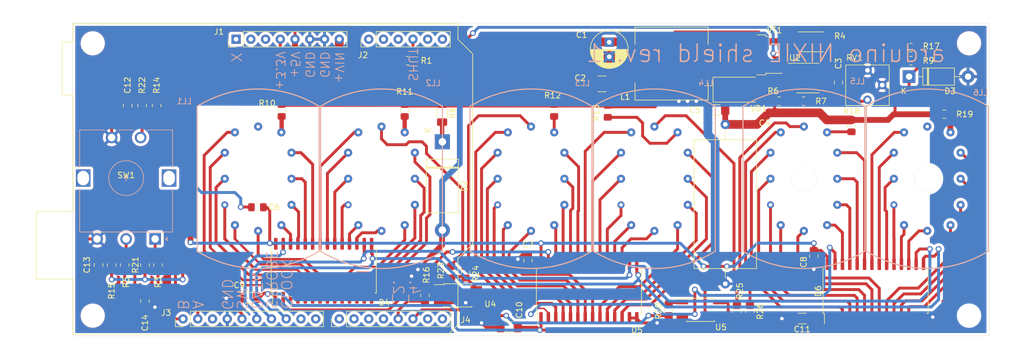
<source format=kicad_pcb>
(kicad_pcb (version 20211014) (generator pcbnew)
  (layers (0 "F.Cu" signal) (31 "B.Cu" signal) (34 "B.Paste" user) (35 "F.Paste" user) (36 "B.SilkS" user "B.Silkscreen") (37 "F.SilkS" user "F.Silkscreen") (38 "B.Mask" user) (39 "F.Mask" user) (44 "Edge.Cuts" user))
  (net 0 "")
  (net 4 "Net-(L1-Pad2)")
  (net 5 "GND")
  (net 6 "+5V")
  (net 7 "Net-(C3-Pad1)")
  (net 8 "HV")
  (net 9 "HV_C")
  (net 10 "/SHUT")
  (net 11 "Net-(D2-Pad1)")
  (net 12 "/DATA")
  (net 13 "/2-0")
  (net 14 "/2-9")
  (net 15 "/2-8")
  (net 16 "/2-7")
  (net 17 "/2-6")
  (net 18 "/2-5")
  (net 19 "/2-4")
  (net 20 "/2-3")
  (net 21 "/2-2")
  (net 22 "/2-1")
  (net 23 "/STROBE")
  (net 24 "/CLOCK")
  (net 25 "/1-1")
  (net 26 "/1-2")
  (net 27 "/1-3")
  (net 28 "/1-4")
  (net 29 "/1-5")
  (net 30 "/1-6")
  (net 31 "/1-7")
  (net 32 "/1-8")
  (net 33 "/1-9")
  (net 34 "/1-0")
  (net 35 "/4-0")
  (net 36 "/4-9")
  (net 37 "/4-8")
  (net 38 "/4-7")
  (net 39 "/4-6")
  (net 40 "/4-5")
  (net 41 "/4-4")
  (net 42 "/4-3")
  (net 43 "/4-2")
  (net 44 "/4-1")
  (net 45 "/3-1")
  (net 46 "/3-2")
  (net 47 "/3-3")
  (net 48 "/3-4")
  (net 49 "/3-5")
  (net 50 "/3-6")
  (net 51 "/3-7")
  (net 52 "/3-8")
  (net 53 "/3-9")
  (net 54 "/3-0")
  (net 57 "Net-(LL1-Pad1)")
  (net 58 "Net-(LL2-Pad1)")
  (net 59 "Net-(LL3-Pad1)")
  (net 60 "Net-(LL4-Pad1)")
  (net 61 "Net-(R7-Pad2)")
  (net 62 "/4-.")
  (net 63 "/3-.")
  (net 64 "/2-.")
  (net 65 "/1-.")
  (net 66 "/A")
  (net 67 "/B")
  (net 68 "+VDC")
  (net 69 "+3V3")
  (net 71 "/_2-.")
  (net 73 "/_4-.")
  (net 74 "/SW")
  (net 75 "Net-(D4-Pad2)")
  (net 77 "Net-(R4-Pad1)")
  (net 78 "Net-(R6-Pad2)")
  (net 79 "Net-(D5-Pad2)")
  (net 80 "Net-(U2-Pad1)")
  (net 81 "/5-2")
  (net 82 "/5-4")
  (net 83 "/5-3")
  (net 84 "/5-7")
  (net 85 "Net-(LL5-Pad1)")
  (net 86 "/5-0")
  (net 87 "/5-5")
  (net 88 "/5-9")
  (net 89 "/5-6")
  (net 90 "/5-8")
  (net 91 "/5-.")
  (net 92 "/5-1")
  (net 93 "/6-2")
  (net 94 "/6-4")
  (net 95 "/6-3")
  (net 96 "/6-7")
  (net 97 "Net-(LL6-Pad1)")
  (net 98 "/6-0")
  (net 99 "/6-5")
  (net 100 "/6-9")
  (net 101 "/6-6")
  (net 102 "/6-8")
  (net 103 "/6-.")
  (net 104 "/6-1")
  (net 107 "Net-(R16-Pad1)")
  (net 108 "Net-(R20-Pad1)")
  (net 109 "/_SW")
  (net 110 "/_B")
  (net 111 "/_A")
  (net 112 "Net-(R23-Pad2)")
  (net 113 "Net-(R25-Pad2)")
  (footprint "Capacitor_SMD:C_0805_2012Metric_Pad1.15x1.40mm_HandSolder" (layer "F.Cu") (at 228.25 79.5 90)
    (fp_text reference "C3")
    (fp_text value "100nF")
  )
  (footprint "Capacitor_SMD:C_0805_2012Metric_Pad1.15x1.40mm_HandSolder" (layer "F.Cu") (at 128.125 101.05)
    (fp_text reference "C6")
    (fp_text value "100nF, 50V")
  )
  (footprint "Capacitor_SMD:C_0805_2012Metric_Pad1.15x1.40mm_HandSolder" (layer "F.Cu") (at 174.75 110.25 -90)
    (fp_text reference "C7")
    (fp_text value "100nF, 50V")
  )
  (footprint "Capacitor_SMD:C_1206_3216Metric_Pad1.42x1.75mm_HandSolder" (layer "F.Cu") (at 126.6 116.65 180)
    (fp_text reference "C9")
    (fp_text value "100nF, 250V")
  )
  (footprint "Capacitor_SMD:C_1206_3216Metric_Pad1.42x1.75mm_HandSolder" (layer "F.Cu") (at 171.5 121.75 180)
    (fp_text reference "C10")
    (fp_text value "100nF, 250V")
  )
  (footprint "Package_SO:SOIC-28W_7.5x17.9mm_P1.27mm" (layer "F.Cu") (at 139.55 112 90)
    (fp_text reference "D4")
    (fp_text value "HV5812")
  )
  (footprint "Resistor_SMD:R_0805_2012Metric_Pad1.15x1.40mm_HandSolder" (layer "F.Cu") (at 132.3 84.35 90)
    (fp_text reference "R10")
    (fp_text value "22K")
  )
  (footprint "Resistor_SMD:R_0805_2012Metric_Pad1.15x1.40mm_HandSolder" (layer "F.Cu") (at 153.5 84.35 90)
    (fp_text reference "R11")
    (fp_text value "22K")
  )
  (footprint "Resistor_SMD:R_0805_2012Metric_Pad1.15x1.40mm_HandSolder" (layer "F.Cu") (at 188.5 84.5 90)
    (fp_text reference "R13")
    (fp_text value "22K")
  )
  (footprint "Resistor_SMD:R_0805_2012Metric_Pad1.15x1.40mm_HandSolder" (layer "F.Cu") (at 179.25 84.35 90)
    (fp_text reference "R12")
    (fp_text value "22K")
  )
  (footprint "MountingHole:MountingHole_3.2mm_M3" (layer "F.Cu") (at 99.75 72.75)
    (fp_text reference "REF**" hide)
    (fp_text value "MountingHole_3.2mm_M3")
  )
  (footprint "MountingHole:MountingHole_3.2mm_M3" (layer "F.Cu") (at 250.75 119.75)
    (fp_text reference "REF**" hide)
    (fp_text value "MountingHole_3.2mm_M3")
  )
  (footprint "custom:3362P" (layer "F.Cu") (at 233.25 80)
    (fp_text reference "RV1")
    (fp_text value "R_POT")
  )
  (footprint "Package_SO:SOIC-28W_7.5x17.9mm_P1.27mm" (layer "F.Cu") (at 185.25 115.5 90)
    (fp_text reference "D5")
    (fp_text value "HV5812")
  )
  (footprint "Capacitor_SMD:C_1206_3216Metric_Pad1.42x1.75mm_HandSolder" (layer "F.Cu") (at 207.25 84.25 180)
    (fp_text reference "C5")
    (fp_text value "100nF, 250V")
  )
  (footprint "Capacitor_THT:CP_Radial_D6.3mm_P2.50mm" (layer "F.Cu") (at 188.75 72.567621 -90)
    (fp_text reference "C1")
    (fp_text value "220uF, 16V")
  )
  (footprint "Resistor_SMD:R_1206_3216Metric_Pad1.30x1.75mm_HandSolder" (layer "F.Cu") (at 159.95 84.8 -90)
    (fp_text reference "R8")
    (fp_text value "1")
  )
  (footprint "Capacitor_THT:C_Axial_L22.0mm_D10.5mm_P27.50mm_Horizontal" (layer "F.Cu") (at 208.75 86.75 -90)
    (fp_text reference "C4")
    (fp_text value "10 uF, 250V")
  )
  (footprint "Module:Arduino_UNO_R3" (layer "F.Cu") (at 124.45 72.05)
    (fp_text reference "A1" hide)
    (fp_text value "Arduino_UNO_R3")
  )
  (footprint "Capacitor_SMD:C_0805_2012Metric_Pad1.15x1.40mm_HandSolder" (layer "F.Cu") (at 224 109.5 90)
    (fp_text reference "C8")
    (fp_text value "100nF, 50V")
  )
  (footprint "Capacitor_SMD:C_1206_3216Metric_Pad1.33x1.80mm_HandSolder" (layer "F.Cu") (at 222 120.25 180)
    (fp_text reference "C11")
    (fp_text value "100nF, 250V")
  )
  (footprint "Package_SO:SOIC-28W_7.5x17.9mm_P1.27mm" (layer "F.Cu") (at 234.65 115.5 90)
    (fp_text reference "D6")
    (fp_text value "HV5812")
  )
  (footprint "Resistor_SMD:R_0805_2012Metric_Pad1.15x1.40mm_HandSolder" (layer "F.Cu") (at 230.5 87 90)
    (fp_text reference "R18")
    (fp_text value "22K")
  )
  (footprint "Resistor_SMD:R_0805_2012Metric_Pad1.15x1.40mm_HandSolder" (layer "F.Cu") (at 246.5 85 180)
    (fp_text reference "R19")
    (fp_text value "22K")
  )
  (footprint "Resistor_SMD:R_0805_2012Metric" (layer "F.Cu") (at 222.25 82.75)
    (fp_text reference "R7")
    (fp_text value "10K")
  )
  (footprint "Capacitor_SMD:C_0805_2012Metric_Pad1.18x1.45mm_HandSolder" (layer "F.Cu") (at 108.75 117.25 90)
    (fp_text reference "C14")
    (fp_text value "100nF, 50V")
  )
  (footprint "Diode_THT:D_DO-201AE_P15.24mm_Horizontal" (layer "F.Cu") (at 160 89.75 -90)
    (fp_text reference "D2")
    (fp_text value "1.5KE220CA")
  )
  (footprint "Resistor_SMD:R_0805_2012Metric_Pad1.20x1.40mm_HandSolder" (layer "F.Cu") (at 161.5 112.25 -90)
    (fp_text reference "R23")
    (fp_text value "2.2K")
  )
  (footprint "Resistor_SMD:R_0805_2012Metric_Pad1.20x1.40mm_HandSolder" (layer "F.Cu") (at 157 116.25 -90)
    (fp_text reference "R16")
    (fp_text value "2.2K")
  )
  (footprint "Capacitor_SMD:C_0805_2012Metric_Pad1.18x1.45mm_HandSolder" (layer "F.Cu") (at 105.75 83.5 -90)
    (fp_text reference "C12")
    (fp_text value "100nF, 50V")
  )
  (footprint "Package_TO_SOT_SMD:TO-252-2" (layer "F.Cu") (at 213.25 74.75 180)
    (fp_text reference "VT1")
    (fp_text value "STD18N55M5")
  )
  (footprint "MountingHole:MountingHole_3.2mm_M3" (layer "F.Cu") (at 99.75 119.75)
    (fp_text reference "REF**" hide)
    (fp_text value "MountingHole_3.2mm_M3")
  )
  (footprint "Package_SO:SO-4_4.4x3.6mm_P2.54mm" (layer "F.Cu") (at 162.68 116.25)
    (fp_text reference "U4")
    (fp_text value "KPC452")
  )
  (footprint "Resistor_SMD:R_0805_2012Metric_Pad1.20x1.40mm_HandSolder" (layer "F.Cu") (at 108.25 83.5 -90)
    (fp_text reference "R22")
    (fp_text value "10K")
  )
  (footprint "Diode_SMD:D_SMB_Handsoldering" (layer "F.Cu") (at 211.25 80.75)
    (fp_text reference "VD1")
    (fp_text value "ES2J")
  )
  (footprint "MountingHole:MountingHole_3.2mm_M3" (layer "F.Cu") (at 250.75 72.75)
    (fp_text reference "REF**" hide)
    (fp_text value "MountingHole_3.2mm_M3")
  )
  (footprint "Resistor_SMD:R_0805_2012Metric_Pad1.20x1.40mm_HandSolder" (layer "F.Cu") (at 103 111 90)
    (fp_text reference "R15")
    (fp_text value "10K")
  )
  (footprint "Diode_THT:D_DO-41_SOD81_P10.16mm_Horizontal" (layer "F.Cu") (at 240.42 78.5)
    (fp_text reference "D3")
    (fp_text value "1N4764A")
  )
  (footprint "Resistor_SMD:R_0805_2012Metric_Pad1.20x1.40mm_HandSolder" (layer "F.Cu") (at 240.75 73.5)
    (fp_text reference "R17")
    (fp_text value "150K")
  )
  (footprint "Resistor_SMD:R_0805_2012Metric_Pad1.20x1.40mm_HandSolder" (layer "F.Cu") (at 213 119 -90)
    (fp_text reference "R26")
    (fp_text value "2.2K")
  )
  (footprint "Package_SO:SO-4_4.4x3.6mm_P2.54mm" (layer "F.Cu") (at 204.5 118.75)
    (fp_text reference "U5")
    (fp_text value "KPC452")
  )
  (footprint "Resistor_SMD:R_0805_2012Metric_Pad1.20x1.40mm_HandSolder" (layer "F.Cu") (at 164 112.25 -90)
    (fp_text reference "R24")
    (fp_text value "2.2K")
  )
  (footprint "Resistor_SMD:R_0805_2012Metric_Pad1.20x1.40mm_HandSolder" (layer "F.Cu") (at 105.25 111 -90)
    (fp_text reference "R5")
    (fp_text value "1K")
  )
  (footprint "Connector_PinHeader_2.54mm:PinHeader_1x08_P2.54mm_Vertical" (layer "F.Cu") (at 124.45 72.05 90)
    (fp_text reference "J1")
    (fp_text value "Conn_01x01_Male")
  )
  (footprint "Resistor_SMD:R_0805_2012Metric_Pad1.20x1.40mm_HandSolder" (layer "F.Cu") (at 240.75 75.75 180)
    (fp_text reference "R9")
    (fp_text value "150K")
  )
  (footprint "Resistor_SMD:R_0805_2012Metric_Pad1.20x1.40mm_HandSolder" (layer "F.Cu") (at 218 82.75)
    (fp_text reference "R6")
    (fp_text value "1.5M")
  )
  (footprint "Connector_PinHeader_2.54mm:PinHeader_1x08_P2.54mm_Vertical" (layer "F.Cu") (at 142.2146 120.3198 90)
    (fp_text reference "J4")
    (fp_text value "Conn_01x01_Male")
  )
  (footprint "Resistor_SMD:R_0805_2012Metric_Pad1.20x1.40mm_HandSolder" (layer "F.Cu") (at 210.75 119 -90)
    (fp_text reference "R25")
    (fp_text value "2.2K")
  )
  (footprint "custom:PEC16" (layer "F.Cu") (at 105.5 96.0125)
    (fp_text reference "SW1")
    (fp_text value "PEC16")
  )
  (footprint "Connector_PinHeader_2.54mm:PinHeader_1x10_P2.54mm_Vertical" (layer "F.Cu") (at 115.316 120.3198 90)
    (fp_text reference "J3")
    (fp_text value "Conn_01x01_Male")
  )
  (footprint "Resistor_SMD:R_0805_2012Metric_Pad1.20x1.40mm_HandSolder" (layer "F.Cu") (at 199 118.75 -90)
    (fp_text reference "R20")
    (fp_text value "2.2K")
  )
  (footprint "Inductor_SMD:L_12x12mm_H8mm" (layer "F.Cu") (at 199.5 76.25)
    (fp_text reference "L1")
    (fp_text value "B82477R4224M100")
  )
  (footprint "Connector_PinHeader_2.54mm:PinHeader_1x06_P2.54mm_Vertical" (layer "F.Cu") (at 147.32 72.05 90)
    (fp_text reference "J2")
    (fp_text value "Conn_01x01_Male")
  )
  (footprint "Resistor_SMD:R_0805_2012Metric_Pad1.20x1.40mm_HandSolder" (layer "F.Cu") (at 110.75 83.5 90)
    (fp_text reference "R14")
    (fp_text value "1K")
  )
  (footprint "Package_SO:SO-8_3.9x4.9mm_P1.27mm" (layer "F.Cu") (at 223 78.75)
    (fp_text reference "U2")
    (fp_text value "MAX1771xSA")
  )
  (footprint "Resistor_SMD:R_0805_2012Metric_Pad1.20x1.40mm_HandSolder" (layer "F.Cu") (at 111 111 -90)
    (fp_text reference "R3")
    (fp_text value "1K")
  )
  (footprint "Resistor_SMD:R_2512_6332Metric_Pad1.40x3.35mm_HandSolder" (layer "F.Cu") (at 223.5 72.5)
    (fp_text reference "R4")
    (fp_text value "0.1")
  )
  (footprint "Resistor_SMD:R_0805_2012Metric_Pad1.20x1.40mm_HandSolder" (layer "F.Cu") (at 154 75.75)
    (fp_text reference "R1")
    (fp_text value "10K")
  )
  (footprint "Capacitor_SMD:C_0805_2012Metric_Pad1.18x1.45mm_HandSolder" (layer "F.Cu") (at 100.75 111 90)
    (fp_text reference "C13")
    (fp_text value "100nF, 50V")
  )
  (footprint "Capacitor_SMD:C_1210_3225Metric_Pad1.33x2.70mm_HandSolder" (layer "F.Cu") (at 187.5 79.75)
    (fp_text reference "C2")
    (fp_text value "10uF, 50V")
  )
  (footprint "Resistor_SMD:R_0805_2012Metric_Pad1.20x1.40mm_HandSolder" (layer "F.Cu") (at 108.75 111 90)
    (fp_text reference "R21")
    (fp_text value "10K")
  )
  (footprint "v2:IN12-HI_IE" (layer "B.Cu") (at 175.27 96.125)
    (fp_text reference "LL3")
    (fp_text value "IN-12B")
  )
  (footprint "v2:IN12-HI_IE" (layer "B.Cu") (at 196.53 96.125)
    (fp_text reference "LL4")
    (fp_text value "IN-12B")
  )
  (footprint "v2:IN12-HI_IE" (layer "B.Cu") (at 128.25 96.125)
    (fp_text reference "LL1")
    (fp_text value "IN-12B")
  )
  (footprint "v2:IN12-HI_IE" (layer "B.Cu") (at 149.51 96.125)
    (fp_text reference "LL2")
    (fp_text value "IN-12B")
  )
  (footprint "v2:IN12-HI_IE" (layer "B.Cu") (at 222.29 96.125)
    (fp_text reference "LL5")
    (fp_text value "IN-12B")
  )
  (footprint "v2:IN12-HI_IE" (layer "B.Cu") (at 243.55 96.125)
    (fp_text reference "LL6")
    (fp_text value "IN-12B")
  )
  (gr_line (start 254.25 69.25) (end 254.25 123.25) (layer "Edge.Cuts") (width 0.05))
  (gr_line (start 96.25 123.25) (end 254.25 123.25) (layer "Edge.Cuts") (width 0.05))
  (gr_line (start 96.25 123.25) (end 96.25 69.25) (layer "Edge.Cuts") (width 0.05))
  (gr_line (start 96.25 69.25) (end 254.25 69.25) (layer "Edge.Cuts") (width 0.05))
  (gr_text "arduino NIXIE shield rev. 1" (at 215.75 74.5) (layer "B.SilkS") (effects (font (size 3 3) (thickness 0.25)) (justify mirror)))
  (gr_text "SHUT" (at 154.94 76.454 270) (layer "B.SilkS") (effects (font (size 1.5 1.5)) (justify mirror)))
  (gr_text "_4." (at 155.194 115.57 270) (layer "B.SilkS") (effects (font (size 1.8 1.8)) (justify mirror)))
  (gr_text "A" (at 117.856 117.856 270) (layer "B.SilkS") (effects (font (size 1.8 1.8)) (justify mirror)))
  (gr_text "+5V" (at 134.62 76.454 270) (layer "B.SilkS") (effects (font (size 1.5 1.5)) (justify mirror)))
  (gr_text "STROBE" (at 130.556 113.538 270) (layer "B.SilkS") (effects (font (size 1.8 1.8)) (justify mirror)))
  (gr_text "SW" (at 125.476 116.84 270) (layer "B.SilkS") (effects (font (size 1.8 1.8)) (justify mirror)))
  (gr_text "CLOCK" (at 133.096 114.3 270) (layer "B.SilkS") (effects (font (size 1.8 1.8)) (justify mirror)))
  (gr_text "X" (at 124.46 75.184 270) (layer "B.SilkS") (effects (font (size 1.8 1.8)) (justify mirror)))
  (gr_text "GND" (at 137.16 76.454 270) (layer "B.SilkS") (effects (font (size 1.5 1.5)) (justify mirror)))
  (gr_text "GND" (at 122.936 116.078 270) (layer "B.SilkS") (effects (font (size 1.8 1.8)) (justify mirror)))
  (gr_text "B" (at 115.316 117.856 270) (layer "B.SilkS") (effects (font (size 1.8 1.8)) (justify mirror)))
  (gr_text "_2." (at 152.4 115.57 270) (layer "B.SilkS") (effects (font (size 1.8 1.8)) (justify mirror)))
  (gr_text "DATA" (at 128.016 115.57 270) (layer "B.SilkS") (effects (font (size 1.8 1.8)) (justify mirror)))
  (gr_text "+VIN" (at 142.24 76.962 270) (layer "B.SilkS") (effects (font (size 1.5 1.5)) (justify mirror)))
  (gr_text "GND" (at 139.7 76.454 270) (layer "B.SilkS") (effects (font (size 1.5 1.5)) (justify mirror)))
  (gr_text "+3.3V" (at 132.08 77.5 270) (layer "B.SilkS") (effects (font (size 1.5 1.5)) (justify mirror)))
  (segment (start 211.15 74.5) (end 206.2 74.5) (width 2) (layer "F.Cu") (net 4))
  (segment (start 211.15 74.75) (end 211.15 77.95) (width 1.5) (layer "F.Cu") (net 4))
  (segment (start 211.15 77.95) (end 213.95 80.75) (width 1.5) (layer "F.Cu") (net 4))
  (segment (start 206.2 74.5) (end 204.45 76.25) (width 2) (layer "F.Cu") (net 4))
  (segment (start 155.7869 111.7869) (end 154.682657 112.932657) (width 0.5) (layer "F.Cu") (net 5))
  (segment (start 154.682657 112.932657) (end 151.1 116.65) (width 0.5) (layer "F.Cu") (net 5))
  (segment (start 108.75 118.2875) (end 110.4625 118.2875) (width 0.5) (layer "F.Cu") (net 5))
  (segment (start 159.95 107.55) (end 157.75 109.75) (width 1) (layer "F.Cu") (net 5))
  (segment (start 205.7625 84.25) (end 205.7625 83.5125) (width 1) (layer "F.Cu") (net 5))
  (segment (start 125.1125 116.65) (end 122.85 116.65) (width 1) (layer "F.Cu") (net 5))
  (segment (start 206.23 120.02) (end 205.25 121) (width 0.5) (layer "F.Cu") (net 5))
  (segment (start 224 110.525) (end 224 111.75) (width 0.5) (layer "F.Cu") (net 5))
  (segment (start 203.75 82.75) (end 202.25 82.75) (width 1) (layer "F.Cu") (net 5))
  (segment (start 100.75 112.0375) (end 98.7875 112.0375) (width 0.5) (layer "F.Cu") (net 5))
  (segment (start 170.0125 121.75) (end 167.5 121.75) (width 0.5) (layer "F.Cu") (net 5))
  (segment (start 225.575 78.115) (end 227.89 78.115) (width 0.5) (layer "F.Cu") (net 5))
  (segment (start 157.75 109.75) (end 155.7869 111.7869) (width 0.5) (layer "F.Cu") (net 5))
  (segment (start 227.89 78.115) (end 228.25 78.475) (width 0.5) (layer "F.Cu") (net 5))
  (segment (start 202.33 121) (end 201.35 120.02) (width 0.5) (layer "F.Cu") (net 5))
  (segment (start 205.25 119) (end 205.25 115.5) (width 0.5) (layer "F.Cu") (net 5))
  (segment (start 98.5 111.75) (end 98.5 107) (width 0.5) (layer "F.Cu") (net 5))
  (segment (start 122.85 116.65) (end 122.75 116.75) (width 1) (layer "F.Cu") (net 5))
  (segment (start 205 82.75) (end 203.75 82.75) (width 1) (layer "F.Cu") (net 5))
  (segment (start 126.475 101) (end 125.25 101) (width 0.5) (layer "F.Cu") (net 5))
  (segment (start 206.27 120.02) (end 205.25 119) (width 0.5) (layer "F.Cu") (net 5))
  (segment (start 151.1 116.65) (end 147.805 116.65) (width 0.5) (layer "F.Cu") (net 5))
  (segment (start 146.535 116.65) (end 149.75 116.65) (width 0.5) (layer "F.Cu") (net 5))
  (segment (start 205.7625 83.5125) (end 205 82.75) (width 1) (layer "F.Cu") (net 5))
  (segment (start 241.635 120.15) (end 244.35 120.15) (width 0.5) (layer "F.Cu") (net 5))
  (segment (start 126.525 101.05) (end 126.475 101) (width 0.5) (layer "F.Cu") (net 5))
  (segment (start 104.0375 82.4625) (end 103 83.5) (width 0.5) (layer "F.Cu") (net 5))
  (segment (start 194.25 121) (end 197 121) (width 0.5) (layer "F.Cu") (net 5))
  (segment (start 127.1 101.05) (end 126.525 101.05) (width 0.5) (layer "F.Cu") (net 5))
  (segment (start 173.775 109.225) (end 173 110) (width 0.5) (layer "F.Cu") (net 5))
  (segment (start 189.0625 75.380121) (end 188.75 75.067621) (width 2) (layer "F.Cu") (net 5))
  (segment (start 98.7875 112.0375) (end 98.5 111.75) (width 0.5) (layer "F.Cu") (net 5))
  (segment (start 98.9875 106.5125) (end 100.5 106.5125) (width 0.5) (layer "F.Cu") (net 5))
  (segment (start 244.35 120.15) (end 244.5 120) (width 0.5) (layer "F.Cu") (net 5))
  (segment (start 159.95 104.74) (end 159.95 107.55) (width 1) (layer "F.Cu") (net 5))
  (segment (start 205.25 121) (end 202.33 121) (width 0.5) (layer "F.Cu") (net 5))
  (segment (start 207.65 120.02) (end 206.23 120.02) (width 0.5) (layer "F.Cu") (net 5))
  (segment (start 194 120.75) (end 194.25 121) (width 0.5) (layer "F.Cu") (net 5))
  (segment (start 189.0625 79.75) (end 189.0625 75.380121) (width 2) (layer "F.Cu") (net 5))
  (segment (start 98.5 107) (end 98.9875 106.5125) (width 0.5) (layer "F.Cu") (net 5))
  (segment (start 105.75 82.4625) (end 104.0375 82.4625) (width 0.5) (layer "F.Cu") (net 5))
  (segment (start 225.575 79.385) (end 225.575 78.115) (width 0.5) (layer "F.Cu") (net 5))
  (segment (start 103 83.5) (end 103 89.0125) (width 0.5) (layer "F.Cu") (net 5))
  (segment (start 205.25 115.5) (end 206.5 114.25) (width 0.5) (layer "F.Cu") (net 5))
  (segment (start 164.02 117.52) (end 165.83 117.52) (width 0.5) (layer "F.Cu") (net 5))
  (segment (start 167.5 121.75) (end 166.75 121) (width 0.5) (layer "F.Cu") (net 5))
  (segment (start 193.4 120.15) (end 194 120.75) (width 0.5) (layer "F.Cu") (net 5))
  (segment (start 159.53 117.52) (end 164.02 117.52) (width 0.5) (layer "F.Cu") (net 5))
  (segment (start 206.5 114.25) (end 208.75 114.25) (width 0.5) (layer "F.Cu") (net 5))
  (segment (start 207.65 120.02) (end 206.27 120.02) (width 0.5) (layer "F.Cu") (net 5))
  (segment (start 220.5125 120.25) (end 218.5 120.25) (width 0.5) (layer "F.Cu") (net 5))
  (segment (start 202.25 82.75) (end 200.75 82.75) (width 1) (layer "F.Cu") (net 5))
  (segment (start 174.75 109.225) (end 173.775 109.225) (width 0.5) (layer "F.Cu") (net 5))
  (segment (start 192.235 120.15) (end 193.4 120.15) (width 0.5) (layer "F.Cu") (net 5))
  (via (at 244.5 120) (size 1) (drill 0.6) (layers "F.Cu" "B.Cu") (net 5))
  (via (at 224 111.75) (size 1) (drill 0.6) (layers "F.Cu" "B.Cu") (net 5))
  (via (at 110.4625 118.2875) (size 1) (drill 0.6) (layers "F.Cu" "B.Cu") (net 5))
  (via (at 202.25 82.75) (size 1) (drill 0.6) (layers "F.Cu" "B.Cu") (net 5))
  (via (at 125.25 101) (size 1) (drill 0.6) (layers "F.Cu" "B.Cu") (net 5))
  (via (at 122.75 116.75) (size 1) (drill 0.6) (layers "F.Cu" "B.Cu") (net 5))
  (via (at 155.7869 111.7869) (size 1) (drill 0.6) (layers "F.Cu" "B.Cu") (net 5))
  (via (at 200.75 82.75) (size 1) (drill 0.6) (layers "F.Cu" "B.Cu") (net 5))
  (via (at 166.75 121) (size 1) (drill 0.6) (layers "F.Cu" "B.Cu") (net 5))
  (via (at 218.5 120.25) (size 1) (drill 0.6) (layers "F.Cu" "B.Cu") (net 5))
  (via (at 154.682657 112.932657) (size 1) (drill 0.6) (layers "F.Cu" "B.Cu") (net 5))
  (via (at 203.75 82.75) (size 1) (drill 0.6) (layers "F.Cu" "B.Cu") (net 5))
  (via (at 173 110) (size 1) (drill 0.6) (layers "F.Cu" "B.Cu") (net 5))
  (via (at 164.02 117.52) (size 1) (drill 0.6) (layers "F.Cu" "B.Cu") (net 5))
  (via (at 197 121) (size 1) (drill 0.6) (layers "F.Cu" "B.Cu") (net 5))
  (segment (start 159.95 96.55) (end 163 93.5) (width 1) (layer "B.Cu") (net 5))
  (segment (start 207 89.75) (end 205.7505 88.5005) (width 1.5) (layer "B.Cu") (net 5))
  (segment (start 159.95 104.74) (end 159.95 96.55) (width 1) (layer "B.Cu") (net 5))
  (segment (start 124.25 98.5) (end 118.5 98.5) (width 0.5) (layer "B.Cu") (net 5))
  (segment (start 118.5 98.5) (end 116.75 96.75) (width 0.5) (layer "B.Cu") (net 5))
  (segment (start 105.7375 91.75) (end 103 89.0125) (width 0.5) (layer "B.Cu") (net 5))
  (segment (start 207 112.5) (end 207 89.75) (width 1.5) (layer "B.Cu") (net 5))
  (segment (start 125.25 101) (end 125.25 99.5) (width 0.5) (layer "B.Cu") (net 5))
  (segment (start 205.75 80.5) (end 208.83 77.42) (width 1.5) (layer "B.Cu") (net 5))
  (segment (start 116.75 92.75) (end 115.75 91.75) (width 0.5) (layer "B.Cu") (net 5))
  (segment (start 116.75 96.75) (end 116.75 92.75) (width 0.5) (layer "B.Cu") (net 5))
  (segment (start 205.75 86.499) (end 205.75 80.5) (width 1.5) (layer "B.Cu") (net 5))
  (segment (start 115.75 91.75) (end 105.7375 91.75) (width 0.5) (layer "B.Cu") (net 5))
  (segment (start 205.7505 86.4995) (end 205.75 86.499) (width 1.5) (layer "B.Cu") (net 5))
  (segment (start 125.25 99.5) (end 124.25 98.5) (width 0.5) (layer "B.Cu") (net 5))
  (segment (start 208.75 114.25) (end 207 112.5) (width 1.5) (layer "B.Cu") (net 5))
  (segment (start 208.83 77.42) (end 233.25 77.42) (width 1.5) (layer "B.Cu") (net 5))
  (segment (start 163 93.5) (end 163 81.5) (width 1) (layer "B.Cu") (net 5))
  (segment (start 205.7505 88.5005) (end 205.7505 86.4995) (width 1.5) (layer "B.Cu") (net 5))
  (segment (start 224 108.475) (end 224 107.25) (width 0.5) (layer "F.Cu") (net 6))
  (segment (start 144 70) (end 135.25 70) (width 0.5) (layer "F.Cu") (net 6))
  (segment (start 129.725 101.05) (end 130.250004 101.575004) (width 0.5) (layer "F.Cu") (net 6))
  (segment (start 209 111.25) (end 205 111.25) (width 0.5) (layer "F.Cu") (net 6))
  (segment (start 131.295 107.35) (end 130.350004 107.35) (width 0.5) (layer "F.Cu") (net 6))
  (segment (start 129.15 101.05) (end 129.725 101.05) (width 0.5) (layer "F.Cu") (net 6))
  (segment (start 134.61 70.64) (end 134.61 72.05) (width 0.5) (layer "F.Cu") (net 6))
  (segment (start 135.25 70) (end 134.61 70.64) (width 0.5) (layer "F.Cu") (net 6))
  (segment (start 176.995 107.255) (end 176.995 110.85) (width 0.5) (layer "F.Cu") (net 6))
  (segment (start 130.250004 106.542894) (end 130.250004 107.25) (width 0.5) (layer "F.Cu") (net 6))
  (segment (start 176.995 110.85) (end 175.9 110.85) (width 0.5) (layer "F.Cu") (net 6))
  (segment (start 118 80.75) (end 116.6 82.15) (width 1) (layer "F.Cu") (net 6))
  (segment (start 175.475 111.275) (end 174.75 111.275) (width 0.5) (layer "F.Cu") (net 6))
  (segment (start 116.6 89.1) (end 116.6 101.15) (width 1) (layer "F.Cu") (net 6))
  (segment (start 226.395 110.85) (end 226.395 109.645) (width 0.5) (layer "F.Cu") (net 6))
  (segment (start 130.250004 101.575004) (end 130.250004 106.542894) (width 0.5) (layer "F.Cu") (net 6))
  (segment (start 175.9 110.85) (end 175.475 111.275) (width 0.5) (layer "F.Cu") (net 6))
  (segment (start 116.6 82.15) (end 116.6 89.1) (width 1) (layer "F.Cu") (net 6))
  (segment (start 134.61 72.05) (end 134.61 79.64) (width 1) (layer "F.Cu") (net 6))
  (segment (start 147 75.75) (end 144.75 73.5) (width 0.5) (layer "F.Cu") (net 6))
  (segment (start 130.350004 107.35) (end 130.250004 107.25) (width 0.5) (layer "F.Cu") (net 6))
  (segment (start 144.75 70.75) (end 144 70) (width 0.5) (layer "F.Cu") (net 6))
  (segment (start 116.6 104.5) (end 116.6 107.1) (width 1) (layer "F.Cu") (net 6))
  (segment (start 134.61 79.64) (end 133.5 80.75) (width 1) (layer "F.Cu") (net 6))
  (segment (start 116.6 101.15) (end 116.6 104.5) (width 1) (layer "F.Cu") (net 6))
  (segment (start 144.75 73.5) (end 144.75 70.75) (width 0.5) (layer "F.Cu") (net 6))
  (segment (start 133.5 80.75) (end 118 80.75) (width 1) (layer "F.Cu") (net 6))
  (segment (start 224.025 108.5) (end 224 108.475) (width 0.5) (layer "F.Cu") (net 6))
  (segment (start 226.395 109.645) (end 225.25 108.5) (width 0.5) (layer "F.Cu") (net 6))
  (segment (start 153 75.75) (end 147 75.75) (width 0.5) (layer "F.Cu") (net 6))
  (segment (start 225.25 108.5) (end 224.025 108.5) (width 0.5) (layer "F.Cu") (net 6))
  (via (at 209 111.25) (size 1) (drill 0.6) (layers "F.Cu" "B.Cu") (net 6))
  (via (at 205 111.25) (size 1) (drill 0.6) (layers "F.Cu" "B.Cu") (net 6))
  (via (at 130.250004 107.25) (size 1) (drill 0.6) (layers "F.Cu" "B.Cu") (net 6))
  (via (at 116.6 107.1) (size 1) (drill 0.6) (layers "F.Cu" "B.Cu") (net 6))
  (via (at 224 107.25) (size 1) (drill 0.6) (layers "F.Cu" "B.Cu") (net 6))
  (via (at 176.995 107.255) (size 1) (drill 0.6) (layers "F.Cu" "B.Cu") (net 6))
  (segment (start 176.995 107.255) (end 201.005 107.255) (width 0.5) (layer "B.Cu") (net 6))
  (segment (start 130.255004 107.255) (end 130.250004 107.25) (width 0.5) (layer "B.Cu") (net 6))
  (segment (start 205 111.25) (end 201.005 107.255) (width 0.5) (layer "B.Cu") (net 6))
  (segment (start 116.75 107.25) (end 116.6 107.1) (width 0.5) (layer "B.Cu") (net 6))
  (segment (start 130.250004 107.25) (end 116.75 107.25) (width 0.5) (layer "B.Cu") (net 6))
  (segment (start 224 107.25) (end 214.25 107.25) (width 0.5) (layer "B.Cu") (net 6))
  (segment (start 210.625 110.875) (end 210.25 111.25) (width 0.5) (layer "B.Cu") (net 6))
  (segment (start 210.25 111.25) (end 209 111.25) (width 0.5) (layer "B.Cu") (net 6))
  (segment (start 176.995 107.255) (end 130.255004 107.255) (width 0.5) (layer "B.Cu") (net 6))
  (segment (start 214.25 107.25) (end 210.625 110.875) (width 0.5) (layer "B.Cu") (net 6))
  (segment (start 227.87 80.655) (end 228.25 80.275) (width 0.5) (layer "F.Cu") (net 7))
  (segment (start 225.575 80.655) (end 227.87 80.655) (width 0.5) (layer "F.Cu") (net 7))
  (segment (start 208.75 86.75) (end 214.25 86.75) (width 1.5) (layer "F.Cu") (net 8))
  (segment (start 221 84.75) (end 225 84.75) (width 1.5) (layer "F.Cu") (net 8))
  (segment (start 188.5 83.475) (end 196.525 83.475) (width 1) (layer "F.Cu") (net 8))
  (segment (start 208.7375 86.7375) (end 208.75 86.75) (width 1) (layer "F.Cu") (net 8))
  (segment (start 188.35 83.325) (end 188.5 83.475) (width 1) (layer "F.Cu") (net 8))
  (segment (start 208.7375 84.25) (end 208.7375 86.7375) (width 1) (layer "F.Cu") (net 8))
  (segment (start 208.55 80.75) (end 208.55 84.0625) (width 1) (layer "F.Cu") (net 8))
  (segment (start 208.55 84.0625) (end 208.7375 84.25) (width 1) (layer "F.Cu") (net 8))
  (segment (start 238 76.25) (end 238 84.75) (width 0.5) (layer "F.Cu") (net 8))
  (segment (start 225 84.75) (end 226.225 85.975) (width 1.5) (layer "F.Cu") (net 8))
  (segment (start 217.75 84.75) (end 221 84.75) (width 1.5) (layer "F.Cu") (net 8))
  (segment (start 216.25 84.75) (end 217.75 84.75) (width 1.5) (layer "F.Cu") (net 8))
  (segment (start 217.25 84.25) (end 217.75 84.75) (width 0.5) (layer "F.Cu") (net 8))
  (segment (start 236.775 85.975) (end 230.5 85.975) (width 1) (layer "F.Cu") (net 8))
  (segment (start 196.525 83.475) (end 199.25 80.75) (width 1) (layer "F.Cu") (net 8))
  (segment (start 226.225 85.975) (end 230.5 85.975) (width 1.5) (layer "F.Cu") (net 8))
  (segment (start 245.475 85) (end 237.75 85) (width 1) (layer "F.Cu") (net 8))
  (segment (start 238.5 75.75) (end 238 76.25) (width 0.5) (layer "F.Cu") (net 8))
  (segment (start 237.75 85) (end 236.775 85.975) (width 1) (layer "F.Cu") (net 8))
  (segment (start 199.25 80.75) (end 208.55 80.75) (width 1) (layer "F.Cu") (net 8))
  (segment (start 217.25 82.75) (end 217.25 84.25) (width 0.5) (layer "F.Cu") (net 8))
  (segment (start 239.75 75.75) (end 238.5 75.75) (width 0.5) (layer "F.Cu") (net 8))
  (segment (start 153.5 83.325) (end 188.35 83.325) (width 1) (layer "F.Cu") (net 8))
  (segment (start 153.5 83.325) (end 132.3 83.325) (width 0.75) (layer "F.Cu") (net 8))
  (segment (start 214.25 86.75) (end 216.25 84.75) (width 1.5) (layer "F.Cu") (net 8))
  (segment (start 129.9 115.85) (end 130.495 115.85) (width 0.5) (layer "F.Cu") (net 9))
  (segment (start 241.75 77.17) (end 240.42 78.5) (width 0.5) (layer "F.Cu") (net 9))
  (segment (start 128.0875 116.65) (end 128.5 116.65) (width 0.5) (layer "F.Cu") (net 9))
  (segment (start 245.048671 122.201329) (end 246.25 121) (width 0.5) (layer "F.Cu") (net 9))
  (segment (start 226.53614 122.21386) (end 226.5005 122.2495) (width 0.5) (layer "F.Cu") (net 9))
  (segment (start 226.5005 122.2495) (end 176.775505 122.2495) (width 0.5) (layer "F.Cu") (net 9))
  (segment (start 251.5 83.25) (end 241.75 83.25) (width 0.5) (layer "F.Cu") (net 9))
  (segment (start 235.498671 122.201329) (end 245.048671 122.201329) (width 0.5) (layer "F.Cu") (net 9))
  (segment (start 226.395 120.15) (end 223.5875 120.15) (width 0.5) (layer "F.Cu") (net 9))
  (segment (start 253 84.75) (end 251.5 83.25) (width 0.5) (layer "F.Cu") (net 9))
  (segment (start 129.9 115.85) (end 129.3 115.85) (width 0.5) (layer "F.Cu") (net 9))
  (segment (start 241.75 73.5) (end 241.75 77.17) (width 0.5) (layer "F.Cu") (net 9))
  (segment (start 226.395 122.07272) (end 226.53614 122.21386) (width 0.5) (layer "F.Cu") (net 9))
  (segment (start 172.9875 121.75) (end 176.276005 121.75) (width 0.5) (layer "F.Cu") (net 9))
  (segment (start 246.25 117.25) (end 253 110.5) (width 0.5) (layer "F.Cu") (net 9))
  (segment (start 226.395 120.15) (end 226.395 122.07272) (width 0.5) (layer "F.Cu") (net 9))
  (segment (start 246.25 121) (end 246.25 117.25) (width 0.5) (layer "F.Cu") (net 9))
  (segment (start 176.995 120.15) (end 176.995 122.030005) (width 0.5) (layer "F.Cu") (net 9))
  (segment (start 176.276005 121.75) (end 176.775505 122.2495) (width 0.5) (layer "F.Cu") (net 9))
  (segment (start 223.5875 120.15) (end 223.4875 120.25) (width 0.5) (layer "F.Cu") (net 9))
  (segment (start 253 110.5) (end 253 84.75) (width 0.5) (layer "F.Cu") (net 9))
  (segment (start 226.53614 122.21386) (end 235.498671 122.201329) (width 0.5) (layer "F.Cu") (net 9))
  (segment (start 176.995 122.030005) (end 176.775505 122.2495) (width 0.5) (layer "F.Cu") (net 9))
  (segment (start 240.42 81.92) (end 240.42 78.5) (width 0.5) (layer "F.Cu") (net 9))
  (segment (start 128.5 116.65) (end 129.3 115.85) (width 0.5) (layer "F.Cu") (net 9))
  (segment (start 241.75 83.25) (end 240.42 81.92) (width 0.5) (layer "F.Cu") (net 9))
  (segment (start 130.495 115.85) (end 131.295 116.65) (width 0.5) (layer "F.Cu") (net 9))
  (via (at 176.775505 122.2495) (size 1) (drill 0.6) (layers "F.Cu" "B.Cu") (net 9))
  (via (at 129.9 116) (size 1) (drill 0.6) (layers "F.Cu" "B.Cu") (net 9))
  (segment (start 162.25 121.75) (end 162.75 122.25) (width 0.5) (layer "B.Cu") (net 9))
  (segment (start 129.9 116) (end 132.25 116) (width 0.5) (layer "B.Cu") (net 9))
  (segment (start 132.25 116) (end 134.25 118) (width 0.5) (layer "B.Cu") (net 9))
  (segment (start 162.25 119) (end 162.25 121.75) (width 0.5) (layer "B.Cu") (net 9))
  (segment (start 134.25 118) (end 161.25 118) (width 0.5) (layer "B.Cu") (net 9))
  (segment (start 162.75 122.25) (end 176.775005 122.25) (width 0.5) (layer "B.Cu") (net 9))
  (segment (start 176.775005 122.25) (end 176.775505 122.2495) (width 0.5) (layer "B.Cu") (net 9))
  (segment (start 161.25 118) (end 162.25 119) (width 0.5) (layer "B.Cu") (net 9))
  (segment (start 217 75) (end 217 74.5) (width 0.5) (layer "F.Cu") (net 10))
  (segment (start 164.125 72.125) (end 165.25 71) (width 0.5) (layer "F.Cu") (net 10))
  (segment (start 222.25 80.25) (end 222.25 76) (width 0.5) (layer "F.Cu") (net 10))
  (segment (start 220.425 80.655) (end 221.845 80.655) (width 0.5) (layer "F.Cu") (net 10))
  (segment (start 222.25 76) (end 221.5 75.25) (width 0.5) (layer "F.Cu") (net 10))
  (segment (start 221.845 80.655) (end 222.25 80.25) (width 0.5) (layer "F.Cu") (net 10))
  (segment (start 155 75.75) (end 160.5 75.75) (width 0.5) (layer "F.Cu") (net 10))
  (segment (start 160.5 75.75) (end 164.125 72.125) (width 0.5) (layer "F.Cu") (net 10))
  (segment (start 154.93 72.05) (end 154.93 75.68) (width 0.5) (layer "F.Cu") (net 10))
  (segment (start 217.25 75.25) (end 217 75) (width 0.5) (layer "F.Cu") (net 10))
  (segment (start 154.93 75.68) (end 155 75.75) (width 0.5) (layer "F.Cu") (net 10))
  (segment (start 221.5 75.25) (end 217.25 75.25) (width 0.5) (layer "F.Cu") (net 10))
  (via (at 217 74.5) (size 1) (drill 0.6) (layers "F.Cu" "B.Cu") (net 10))
  (via (at 165.25 71) (size 1) (drill 0.6) (layers "F.Cu" "B.Cu") (net 10))
  (segment (start 217 71) (end 216 70) (width 0.5) (layer "B.Cu") (net 10))
  (segment (start 216 70) (end 166.25 70) (width 0.5) (layer "B.Cu") (net 10))
  (segment (start 217 74.5) (end 217 71) (width 0.5) (layer "B.Cu") (net 10))
  (segment (start 166.25 70) (end 165.25 71) (width 0.5) (layer "B.Cu") (net 10))
  (segment (start 159.95 86.2875) (end 159.95 89.5) (width 0.75) (layer "F.Cu") (net 11))
  (segment (start 132.565 108.784946) (end 132.55 108.799946) (width 0.5) (layer "F.Cu") (net 12))
  (segment (start 132.565 107.35) (end 132.565 108.784946) (width 0.5) (layer "F.Cu") (net 12))
  (via (at 132.55 108.799946) (size 1) (drill 0.6) (layers "F.Cu" "B.Cu") (net 12))
  (segment (start 131.899946 109.45) (end 132.55 108.799946) (width 0.5) (layer "B.Cu") (net 12))
  (segment (start 128 109.45) (end 131.899946 109.45) (width 0.5) (layer "B.Cu") (net 12))
  (segment (start 126 117.45) (end 126 111.45) (width 0.5) (layer "B.Cu") (net 12))
  (segment (start 126 111.45) (end 128 109.45) (width 0.5) (layer "B.Cu") (net 12))
  (segment (start 128.01 120.31) (end 128.01 119.46) (width 0.5) (layer "B.Cu") (net 12))
  (segment (start 128.01 119.46) (end 126 117.45) (width 0.5) (layer "B.Cu") (net 12))
  (segment (start 155.671343 108.771343) (end 150.042654 114.400033) (width 0.5) (layer "F.Cu") (net 13))
  (segment (start 155.671343 108.771335) (end 155.671343 108.771343) (width 0.5) (layer "F.Cu") (net 13))
  (segment (start 157.26002 102.904185) (end 157.26002 107.182659) (width 0.5) (layer "F.Cu") (net 13))
  (segment (start 157.26002 107.182659) (end 155.671343 108.771335) (width 0.5) (layer "F.Cu") (net 13))
  (segment (start 155.26 93.21) (end 157.85 95.8) (width 0.5) (layer "F.Cu") (net 13))
  (segment (start 157.85 95.8) (end 157.849999 102.314206) (width 0.5) (layer "F.Cu") (net 13))
  (segment (start 145.265 115.277684) (end 145.265 115.625) (width 0.5) (layer "F.Cu") (net 13))
  (segment (start 157.849999 102.314206) (end 157.26002 102.904185) (width 0.5) (layer "F.Cu") (net 13))
  (segment (start 150.042654 114.400033) (end 146.142651 114.400033) (width 0.5) (layer "F.Cu") (net 13))
  (segment (start 146.142651 114.400033) (end 145.265 115.277684) (width 0.5) (layer "F.Cu") (net 13))
  (segment (start 155.26 91.625) (end 155.26 93.21) (width 0.5) (layer "F.Cu") (net 13))
  (segment (start 145.265 115.625) (end 145.265 116.65) (width 0.5) (layer "F.Cu") (net 13))
  (segment (start 156.26001 106.768442) (end 149.62843 113.400022) (width 0.5) (layer "F.Cu") (net 14))
  (segment (start 155.26 96.125) (end 156.849989 97.714989) (width 0.5) (layer "F.Cu") (net 14))
  (segment (start 143.995 115.133456) (end 143.995 116.65) (width 0.5) (layer "F.Cu") (net 14))
  (segment (start 156.849989 101.899989) (end 156.26001 102.489968) (width 0.5) (layer "F.Cu") (net 14))
  (segment (start 149.62843 113.400022) (end 145.728433 113.400022) (width 0.5) (layer "F.Cu") (net 14))
  (segment (start 145.728433 113.400022) (end 143.995 115.133456) (width 0.5) (layer "F.Cu") (net 14))
  (segment (start 156.849989 97.714989) (end 156.849989 101.899989) (width 0.5) (layer "F.Cu") (net 14))
  (segment (start 156.26001 102.489968) (end 156.26001 106.768442) (width 0.5) (layer "F.Cu") (net 14))
  (segment (start 142.725 115.625) (end 142.725 116.65) (width 0.5) (layer "F.Cu") (net 15))
  (segment (start 145.314217 112.400011) (end 142.725 114.989228) (width 0.5) (layer "F.Cu") (net 15))
  (segment (start 155.26 106.354229) (end 149.214218 112.400011) (width 0.5) (layer "F.Cu") (net 15))
  (segment (start 155.26 100.625) (end 155.26 106.354229) (width 0.5) (layer "F.Cu") (net 15))
  (segment (start 149.214218 112.400011) (end 145.314217 112.400011) (width 0.5) (layer "F.Cu") (net 15))
  (segment (start 142.725 114.989228) (end 142.725 115.625) (width 0.5) (layer "F.Cu") (net 15))
  (segment (start 144.9 111.4) (end 148.8 111.4) (width 0.5) (layer "F.Cu") (net 16))
  (segment (start 141.455 114.845) (end 144.9 111.4) (width 0.5) (layer "F.Cu") (net 16))
  (segment (start 141.455 116.65) (end 141.455 114.845) (width 0.5) (layer "F.Cu") (net 16))
  (segment (start 148.8 111.4) (end 153.51 106.69) (width 0.5) (layer "F.Cu") (net 16))
  (segment (start 153.51 106.69) (end 153.51 104.125) (width 0.5) (layer "F.Cu") (net 16))
  (segment (start 145.265 106.322192) (end 146.137192 105.45) (width 0.5) (layer "F.Cu") (net 17))
  (segment (start 145.265 107.35) (end 145.265 106.322192) (width 0.5) (layer "F.Cu") (net 17))
  (segment (start 148.484999 105.45) (end 148.809999 105.125) (width 0.5) (layer "F.Cu") (net 17))
  (segment (start 148.809999 105.125) (end 149.51 105.125) (width 0.5) (layer "F.Cu") (net 17))
  (segment (start 146.137192 105.45) (end 148.484999 105.45) (width 0.5) (layer "F.Cu") (net 17))
  (segment (start 145.51 104.125) (end 143.995 105.64) (width 0.5) (layer "F.Cu") (net 18))
  (segment (start 143.995 105.64) (end 143.995 107.35) (width 0.5) (layer "F.Cu") (net 18))
  (segment (start 142.725 106.325) (end 142.725 107.35) (width 0.5) (layer "F.Cu") (net 19))
  (segment (start 143.159999 100.625) (end 142.725 101.059999) (width 0.5) (layer "F.Cu") (net 19))
  (segment (start 142.725 101.059999) (end 142.725 106.325) (width 0.5) (layer "F.Cu") (net 19))
  (segment (start 143.76 100.625) (end 143.159999 100.625) (width 0.5) (layer "F.Cu") (net 19))
  (segment (start 141.455 107.35) (end 141.455 98.43) (width 0.5) (layer "F.Cu") (net 20))
  (segment (start 141.455 98.43) (end 143.76 96.125) (width 0.5) (layer "F.Cu") (net 20))
  (segment (start 140.185 95.2) (end 143.76 91.625) (width 0.5) (layer "F.Cu") (net 21))
  (segment (start 140.185 107.35) (end 140.185 95.2) (width 0.5) (layer "F.Cu") (net 21))
  (segment (start 138.915 107.35) (end 138.915 94.019999) (width 0.5) (layer "F.Cu") (net 22))
  (segment (start 144.809999 88.125) (end 145.51 88.125) (width 0.5) (layer "F.Cu") (net 22))
  (segment (start 138.915 94.019999) (end 144.809999 88.125) (width 0.5) (layer "F.Cu") (net 22))
  (segment (start 146.535 107.35) (end 146.535 109.815) (width 0.5) (layer "F.Cu") (net 23))
  (segment (start 146.535 109.815) (end 146.45 109.9) (width 0.5) (layer "F.Cu") (net 23))
  (segment (start 242.25 108.25) (end 241.635 108.865) (width 0.5) (layer "F.Cu") (net 23))
  (segment (start 192.25 112.75) (end 192.25 110.865) (width 0.5) (layer "F.Cu") (net 23))
  (segment (start 241.635 108.865) (end 241.635 110.85) (width 0.5) (layer "F.Cu") (net 23))
  (segment (start 192.25 110.865) (end 192.235 110.85) (width 0.5) (layer "F.Cu") (net 23))
  (segment (start 244 108.25) (end 242.25 108.25) (width 0.5) (layer "F.Cu") (net 23))
  (via (at 244 108.25) (size 1) (drill 0.6) (layers "F.Cu" "B.Cu") (net 23))
  (via (at 192.25 112.75) (size 1) (drill 0.6) (layers "F.Cu" "B.Cu") (net 23))
  (via (at 146.45 109.9) (size 1) (drill 0.6) (layers "F.Cu" "B.Cu") (net 23))
  (segment (start 127 116.76) (end 128.94 118.7) (width 0.5) (layer "B.Cu") (net 23))
  (segment (start 195.25 113.5) (end 199 117.25) (width 0.5) (layer "B.Cu") (net 23))
  (segment (start 192.5 111.25) (end 194.75 111.25) (width 0.5) (layer "B.Cu") (net 23))
  (segment (start 127 112.05) (end 127 116.76) (width 0.5) (layer "B.Cu") (net 23))
  (segment (start 146.45 109.192894) (end 146.45 109.9) (width 0.5) (layer "B.Cu") (net 23))
  (segment (start 129.750001 119.510001) (end 130.55 120.31) (width 0.5) (layer "B.Cu") (net 23))
  (segment (start 192.25 111.5) (end 192.5 111.25) (width 0.5) (layer "B.Cu") (net 23))
  (segment (start 145.85001 110.49999) (end 128.585783 110.49999) (width 0.5) (layer "B.Cu") (net 23))
  (segment (start 159.464227 108.649999) (end 146.992895 108.649999) (width 0.5) (layer "B.Cu") (net 23))
  (segment (start 128.585783 110.49999) (end 127.000001 112.085772) (width 0.5) (layer "B.Cu") (net 23))
  (segment (start 242.25 117.25) (end 244 115.5) (width 0.5) (layer "B.Cu") (net 23))
  (segment (start 191.700001 113.299999) (end 192.25 112.75) (width 0.5) (layer "B.Cu") (net 23))
  (segment (start 195.25 111.75) (end 195.25 113.5) (width 0.5) (layer "B.Cu") (net 23))
  (segment (start 146.45 109.9) (end 145.85001 110.49999) (width 0.5) (layer "B.Cu") (net 23))
  (segment (start 146.992895 108.649999) (end 146.45 109.192894) (width 0.5) (layer "B.Cu") (net 23))
  (segment (start 127.000001 112.085772) (end 127.000001 116.76) (width 0.5) (layer "B.Cu") (net 23))
  (segment (start 127.000001 116.76) (end 129.750001 119.510001) (width 0.5) (layer "B.Cu") (net 23))
  (segment (start 188.400003 113.299999) (end 191.700001 113.299999) (width 0.5) (layer "B.Cu") (net 23))
  (segment (start 194.75 111.25) (end 195.25 111.75) (width 0.5) (layer "B.Cu") (net 23))
  (segment (start 128.94 118.7) (end 130.55 120.31) (width 0.5) (layer "B.Cu") (net 23))
  (segment (start 192.25 112.75) (end 192.25 111.5) (width 0.5) (layer "B.Cu") (net 23))
  (segment (start 164.114227 113.299999) (end 159.464227 108.649999) (width 0.5) (layer "B.Cu") (net 23))
  (segment (start 188.400003 113.299999) (end 164.114227 113.299999) (width 0.5) (layer "B.Cu") (net 23))
  (segment (start 199 117.25) (end 242.25 117.25) (width 0.5) (layer "B.Cu") (net 23))
  (segment (start 244 115.5) (end 244 108.25) (width 0.5) (layer "B.Cu") (net 23))
  (segment (start 242.905 110.85) (end 242.905 109.845) (width 0.5) (layer "F.Cu") (net 24))
  (segment (start 243.25 109.5) (end 244.75 109.5) (width 0.5) (layer "F.Cu") (net 24))
  (segment (start 242.905 109.845) (end 243.25 109.5) (width 0.5) (layer "F.Cu") (net 24))
  (segment (start 245.5 108.75) (end 245.5 108.25) (width 0.5) (layer "F.Cu") (net 24))
  (segment (start 193.5 110.855) (end 193.505 110.85) (width 0.5) (layer "F.Cu") (net 24))
  (segment (start 147.805 109.037891) (end 147.805 107.35) (width 0.5) (layer "F.Cu") (net 24))
  (segment (start 244.75 109.5) (end 245.5 108.75) (width 0.5) (layer "F.Cu") (net 24))
  (segment (start 147.8 109.042891) (end 147.805 109.037891) (width 0.5) (layer "F.Cu") (net 24))
  (segment (start 147.950003 109.9) (end 147.950003 109.192894) (width 0.5) (layer "F.Cu") (net 24))
  (segment (start 193.5 112.5) (end 193.5 110.855) (width 0.5) (layer "F.Cu") (net 24))
  (segment (start 193.75 112.75) (end 193.5 112.5) (width 0.5) (layer "F.Cu") (net 24))
  (segment (start 147.950003 109.192894) (end 147.8 109.042891) (width 0.5) (layer "F.Cu") (net 24))
  (via (at 193.75 112.75) (size 1) (drill 0.6) (layers "F.Cu" "B.Cu") (net 24))
  (via (at 147.950003 109.9) (size 1) (drill 0.6) (layers "F.Cu" "B.Cu") (net 24))
  (via (at 245.5 108.25) (size 1) (drill 0.6) (layers "F.Cu" "B.Cu") (net 24))
  (segment (start 192.95 114.3) (end 193.5 113.75) (width 0.5) (layer "B.Cu") (net 24))
  (segment (start 198.5 118.25) (end 244.25 118.25) (width 0.5) (layer "B.Cu") (net 24))
  (segment (start 129 111.5) (end 128.000011 112.499989) (width 0.5) (layer "B.Cu") (net 24))
  (segment (start 193.75 113.5) (end 198.5 118.25) (width 0.5) (layer "B.Cu") (net 24))
  (segment (start 245.5 117) (end 245.5 108.25) (width 0.5) (layer "B.Cu") (net 24))
  (segment (start 130.414227 118.759999) (end 128.000011 116.345783) (width 0.5) (layer "B.Cu") (net 24))
  (segment (start 133.09 120.31) (end 131.539999 118.759999) (width 0.5) (layer "B.Cu") (net 24))
  (segment (start 244.25 118.25) (end 245.5 117) (width 0.5) (layer "B.Cu") (net 24))
  (segment (start 147.950003 110.799997) (end 147.950003 109.9) (width 0.5) (layer "B.Cu") (net 24))
  (segment (start 193.5 113.75) (end 193.75 113.5) (width 0.5) (layer "B.Cu") (net 24))
  (segment (start 189.25 114.3) (end 192.95 114.3) (width 0.5) (layer "B.Cu") (net 24))
  (segment (start 147.25 111.5) (end 129 111.5) (width 0.5) (layer "B.Cu") (net 24))
  (segment (start 193.75 113.5) (end 193.75 112.75) (width 0.5) (layer "B.Cu") (net 24))
  (segment (start 128.000011 116.345783) (end 128.000011 112.499989) (width 0.5) (layer "B.Cu") (net 24))
  (segment (start 163.7 114.3) (end 189.25 114.3) (width 0.5) (layer "B.Cu") (net 24))
  (segment (start 159.3 109.9) (end 163.7 114.3) (width 0.5) (layer "B.Cu") (net 24))
  (segment (start 147.599999 111.150001) (end 147.950003 110.799997) (width 0.5) (layer "B.Cu") (net 24))
  (segment (start 147.950003 110.799997) (end 147.25 111.5) (width 0.5) (layer "B.Cu") (net 24))
  (segment (start 147.950003 109.9) (end 159.3 109.9) (width 0.5) (layer "B.Cu") (net 24))
  (segment (start 131.539999 118.759999) (end 130.414227 118.759999) (width 0.5) (layer "B.Cu") (net 24))
  (segment (start 133.835 115.625) (end 133.835 115.385) (width 0.35) (layer "F.Cu") (net 25))
  (segment (start 122.925 88.125) (end 124.25 88.125) (width 0.5) (layer "F.Cu") (net 25))
  (segment (start 125.05 114.5) (end 124.95 114.6) (width 0.4) (layer "F.Cu") (net 25))
  (segment (start 118.95 92.1) (end 122.925 88.125) (width 0.5) (layer "F.Cu") (net 25))
  (segment (start 133.15 114.5) (end 125.05 114.5) (width 0.4) (layer "F.Cu") (net 25))
  (segment (start 133.835 116.65) (end 133.835 115.185) (width 0.4) (layer "F.Cu") (net 25))
  (segment (start 118.95 108.6) (end 118.95 92.1) (width 0.5) (layer "F.Cu") (net 25))
  (segment (start 133.835 115.185) (end 133.15 114.5) (width 0.4) (layer "F.Cu") (net 25))
  (segment (start 133.835 116.65) (end 133.835 115.625) (width 0.5) (layer "F.Cu") (net 25))
  (segment (start 124.95 114.6) (end 118.95 108.6) (width 0.5) (layer "F.Cu") (net 25))
  (segment (start 134.275 113.975) (end 134.05 113.75) (width 0.4) (layer "F.Cu") (net 26))
  (segment (start 120 108) (end 120 94.125) (width 0.5) (layer "F.Cu") (net 26))
  (segment (start 125.600499 113.600499) (end 133.900499 113.600499) (width 0.4) (layer "F.Cu") (net 26))
  (segment (start 135.105 114.805) (end 134.275 113.975) (width 0.4) (layer "F.Cu") (net 26))
  (segment (start 133.900499 113.600499) (end 134.275 113.975) (width 0.4) (layer "F.Cu") (net 26))
  (segment (start 135.105 116.65) (end 135.105 114.805) (width 0.5) (layer "F.Cu") (net 26))
  (segment (start 120 108) (end 125.600499 113.600499) (width 0.4) (layer "F.Cu") (net 26))
  (segment (start 120 94.125) (end 122.5 91.625) (width 0.5) (layer "F.Cu") (net 26))
  (segment (start 121 97.625) (end 122.5 96.125) (width 0.5) (layer "F.Cu") (net 27))
  (segment (start 121 107.04268) (end 121 97.625) (width 0.5) (layer "F.Cu") (net 27))
  (segment (start 134.500998 112.700998) (end 136.375 114.575) (width 0.4) (layer "F.Cu") (net 27))
  (segment (start 126.52866 112.57134) (end 121 107.04268) (width 0.5) (layer "F.Cu") (net 27))
  (segment (start 136.375 116.65) (end 136.375 114.575) (width 0.5) (layer "F.Cu") (net 27))
  (segment (start 126.658318 112.700998) (end 134.500998 112.700998) (width 0.4) (layer "F.Cu") (net 27))
  (segment (start 126.52866 112.57134) (end 126.658318 112.700998) (width 0.4) (layer "F.Cu") (net 27))
  (segment (start 122.5 106.5) (end 127.4 111.4) (width 0.5) (layer "F.Cu") (net 28))
  (segment (start 137.543517 116.548517) (end 137.543517 114.4) (width 0.4) (layer "F.Cu") (net 28))
  (segment (start 122.5 100.625) (end 122.5 106.5) (width 0.5) (layer "F.Cu") (net 28))
  (segment (start 137.543517 114.4) (end 134.945014 111.801497) (width 0.4) (layer "F.Cu") (net 28))
  (segment (start 127.801497 111.801497) (end 127.4 111.4) (width 0.4) (layer "F.Cu") (net 28))
  (segment (start 134.945014 111.801497) (end 127.801497 111.801497) (width 0.4) (layer "F.Cu") (net 28))
  (segment (start 135.875257 111.19997) (end 138.915 114.239713) (width 0.5) (layer "F.Cu") (net 29))
  (segment (start 138.915 114.239713) (end 138.915 115.625) (width 0.5) (layer "F.Cu") (net 29))
  (segment (start 124.25 104.125) (end 124.25 106.5) (width 0.5) (layer "F.Cu") (net 29))
  (segment (start 124.25 106.5) (end 128.651996 110.901996) (width 0.4) (layer "F.Cu") (net 29))
  (segment (start 135.577283 110.901996) (end 135.875257 111.19997) (width 0.4) (layer "F.Cu") (net 29))
  (segment (start 138.915 115.625) (end 138.915 116.65) (width 0.5) (layer "F.Cu") (net 29))
  (segment (start 128.651996 110.901996) (end 135.577283 110.901996) (width 0.4) (layer "F.Cu") (net 29))
  (segment (start 136.092009 110.002495) (end 129.166723 110.002495) (width 0.4) (layer "F.Cu") (net 30))
  (segment (start 136.289474 110.19996) (end 136.092009 110.002495) (width 0.4) (layer "F.Cu") (net 30))
  (segment (start 129.166723 110.002495) (end 128.25 109.085772) (width 0.4) (layer "F.Cu") (net 30))
  (segment (start 128.25 109.085772) (end 128.25 105.125) (width 0.5) (layer "F.Cu") (net 30))
  (segment (start 140.185 116.65) (end 140.185 114.095486) (width 0.5) (layer "F.Cu") (net 30))
  (segment (start 140.185 114.095486) (end 136.289474 110.19996) (width 0.5) (layer "F.Cu") (net 30))
  (segment (start 133.835 107.35) (end 133.835 105.71) (width 0.5) (layer "F.Cu") (net 31))
  (segment (start 133.835 105.71) (end 132.25 104.125) (width 0.5) (layer "F.Cu") (net 31))
  (segment (start 134.494975 101.119975) (end 134 100.625) (width 0.5) (layer "F.Cu") (net 32))
  (segment (start 135.105 106.325) (end 135.221833 106.208167) (width 0.5) (layer "F.Cu") (net 32))
  (segment (start 135.221833 106.208167) (end 135.221833 101.846833) (width 0.5) (layer "F.Cu") (net 32))
  (segment (start 135.105 107.35) (end 135.105 106.325) (width 0.5) (layer "F.Cu") (net 32))
  (segment (start 135.221833 101.846833) (end 134.494975 101.119975) (width 0.5) (layer "F.Cu") (net 32))
  (segment (start 135.775 96.125) (end 134 96.125) (width 0.5) (layer "F.Cu") (net 33))
  (segment (start 136.375 107.35) (end 136.375 96.725) (width 0.5) (layer "F.Cu") (net 33))
  (segment (start 136.375 96.725) (end 135.775 96.125) (width 0.5) (layer "F.Cu") (net 33))
  (segment (start 137.645 93.645) (end 135.625 91.625) (width 0.5) (layer "F.Cu") (net 34))
  (segment (start 137.445 93.445) (end 135.625 91.625) (width 0.5) (layer "F.Cu") (net 34))
  (segment (start 137.645 107.35) (end 137.645 93.645) (width 0.5) (layer "F.Cu") (net 34))
  (segment (start 135.625 91.625) (end 134 91.625) (width 0.5) (layer "F.Cu") (net 34))
  (segment (start 190.965 119.122208) (end 192.187208 117.9) (width 0.5) (layer "F.Cu") (net 35))
  (segment (start 207 106.75) (end 207 96.345) (width 0.5) (layer "F.Cu") (net 35))
  (segment (start 207 96.345) (end 202.28 91.625) (width 0.5) (layer "F.Cu") (net 35))
  (segment (start 190.965 120.15) (end 190.965 119.122208) (width 0.5) (layer "F.Cu") (net 35))
  (segment (start 195.85 117.9) (end 207 106.75) (width 0.5) (layer "F.Cu") (net 35))
  (segment (start 192.187208 117.9) (end 195.85 117.9) (width 0.5) (layer "F.Cu") (net 35))
  (segment (start 205.5 106.5) (end 195.099501 116.900499) (width 0.5) (layer "F.Cu") (net 36))
  (segment (start 205.5 99.345) (end 205.5 106.5) (width 0.5) (layer "F.Cu") (net 36))
  (segment (start 202.28 96.125) (end 205.5 99.345) (width 0.5) (layer "F.Cu") (net 36))
  (segment (start 195.099501 116.900499) (end 191.599501 116.900499) (width 0.5) (layer "F.Cu") (net 36))
  (segment (start 189.695 118.805) (end 189.695 120.15) (width 0.5) (layer "F.Cu") (net 36))
  (segment (start 191.599501 116.900499) (end 189.695 118.805) (width 0.5) (layer "F.Cu") (net 36))
  (segment (start 188.425 118.575) (end 191.25 115.75) (width 0.5) (layer "F.Cu") (net 37))
  (segment (start 194.75 115.75) (end 203.75 106.75) (width 0.5) (layer "F.Cu") (net 37))
  (segment (start 191.25 115.75) (end 194.75 115.75) (width 0.5) (layer "F.Cu") (net 37))
  (segment (start 203.75 102.095) (end 202.28 100.625) (width 0.5) (layer "F.Cu") (net 37))
  (segment (start 188.425 120.15) (end 188.425 118.575) (width 0.5) (layer "F.Cu") (net 37))
  (segment (start 203.75 106.75) (end 203.75 102.095) (width 0.5) (layer "F.Cu") (net 37))
  (segment (start 187.155 118.095) (end 190.5 114.75) (width 0.5) (layer "F.Cu") (net 38))
  (segment (start 194 114.75) (end 200.53 108.22) (width 0.5) (layer "F.Cu") (net 38))
  (segment (start 200.53 108.22) (end 200.53 104.125) (width 0.5) (layer "F.Cu") (net 38))
  (segment (start 187.155 120.15) (end 187.155 118.095) (width 0.5) (layer "F.Cu") (net 38))
  (segment (start 190.5 114.75) (end 194 114.75) (width 0.5) (layer "F.Cu") (net 38))
  (segment (start 195.155 106.5) (end 196.53 105.125) (width 0.5) (layer "F.Cu") (net 39))
  (segment (start 190.965 110.85) (end 190.965 108.035) (width 0.5) (layer "F.Cu") (net 39))
  (segment (start 190.965 108.035) (end 192.5 106.5) (width 0.5) (layer "F.Cu") (net 39))
  (segment (start 192.5 106.5) (end 195.155 106.5) (width 0.5) (layer "F.Cu") (net 39))
  (segment (start 189.695 110.85) (end 189.695 106.96) (width 0.5) (layer "F.Cu") (net 40))
  (segment (start 189.695 106.96) (end 192.53 104.125) (width 0.5) (layer "F.Cu") (net 40))
  (segment (start 188.425 110.85) (end 188.425 104.825) (width 0.5) (layer "F.Cu") (net 41))
  (segment (start 190.78 102.47) (end 190.78 100.625) (width 0.5) (layer "F.Cu") (net 41))
  (segment (start 188.425 104.825) (end 190.78 102.47) (width 0.5) (layer "F.Cu") (net 41))
  (segment (start 187.155 99.75) (end 190.78 96.125) (width 0.5) (layer "F.Cu") (net 42))
  (segment (start 187.155 110.85) (end 187.155 99.75) (width 0.5) (layer "F.Cu") (net 42))
  (segment (start 185.885 110.85) (end 185.885 96.52) (width 0.5) (layer "F.Cu") (net 43))
  (segment (start 185.885 96.52) (end 190.78 91.625) (width 0.5) (layer "F.Cu") (net 43))
  (segment (start 187.875 88.125) (end 192.53 88.125) (width 0.5) (layer "F.Cu") (net 44))
  (segment (start 184.615 110.85) (end 184.615 91.385) (width 0.5) (layer "F.Cu") (net 44))
  (segment (start 184.615 91.385) (end 187.875 88.125) (width 0.5) (layer "F.Cu") (net 44))
  (segment (start 178.875499 117.625499) (end 179.535 118.285) (width 0.5) (layer "F.Cu") (net 45))
  (segment (start 171.625499 117.625499) (end 178.875499 117.625499) (width 0.5) (layer "F.Cu") (net 45))
  (segment (start 165.75 91.5) (end 165.75 111.75) (width 0.5) (layer "F.Cu") (net 45))
  (segment (start 171.27 88.125) (end 169.125 88.125) (width 0.5) (layer "F.Cu") (net 45))
  (segment (start 169.125 88.125) (end 165.75 91.5) (width 0.5) (layer "F.Cu") (net 45))
  (segment (start 179.535 118.285) (end 179.535 120.15) (width 0.5) (layer "F.Cu") (net 45))
  (segment (start 165.75 111.75) (end 171.625499 117.625499) (width 0.5) (layer "F.Cu") (net 45))
  (segment (start 180.805 117.805) (end 180.805 120.15) (width 0.5) (layer "F.Cu") (net 46))
  (segment (start 179.625996 116.625996) (end 180.805 117.805) (width 0.5) (layer "F.Cu") (net 46))
  (segment (start 169.52 91.625) (end 166.75 94.395) (width 0.5) (layer "F.Cu") (net 46))
  (segment (start 166.75 94.395) (end 166.75 111.25) (width 0.5) (layer "F.Cu") (net 46))
  (segment (start 172.125996 116.625996) (end 179.625996 116.625996) (width 0.5) (layer "F.Cu") (net 46))
  (segment (start 166.75 111.25) (end 172.125996 116.625996) (width 0.5) (layer "F.Cu") (net 46))
  (segment (start 172.540001 115.626493) (end 180.040001 115.626493) (width 0.5) (layer "F.Cu") (net 47))
  (segment (start 167.75 110.836492) (end 172.540001 115.626493) (width 0.5) (layer "F.Cu") (net 47))
  (segment (start 169.52 96.125) (end 167.75 97.895) (width 0.5) (layer "F.Cu") (net 47))
  (segment (start 180.040001 115.626493) (end 182.075 117.661492) (width 0.5) (layer "F.Cu") (net 47))
  (segment (start 182.075 117.661492) (end 182.075 120.15) (width 0.5) (layer "F.Cu") (net 47))
  (segment (start 167.75 97.895) (end 167.75 110.836492) (width 0.5) (layer "F.Cu") (net 47))
  (segment (start 172.954008 114.626992) (end 180.876992 114.626992) (width 0.5) (layer "F.Cu") (net 48))
  (segment (start 180.876992 114.626992) (end 183.345 117.095) (width 0.5) (layer "F.Cu") (net 48))
  (segment (start 183.345 117.095) (end 183.345 120.15) (width 0.5) (layer "F.Cu") (net 48))
  (segment (start 168.92 101.225) (end 168.92 110.592984) (width 0.5) (layer "F.Cu") (net 48))
  (segment (start 169.52 100.625) (end 168.92 101.225) (width 0.5) (layer "F.Cu") (net 48))
  (segment (start 168.92 110.592984) (end 172.954008 114.626992) (width 0.5) (layer "F.Cu") (net 48))
  (segment (start 184.615 116.865) (end 184.615 120.15) (width 0.5) (layer "F.Cu") (net 49))
  (segment (start 173.368008 113.627484) (end 181.377484 113.627484) (width 0.5) (layer "F.Cu") (net 49))
  (segment (start 181.377484 113.627484) (end 184.615 116.865) (width 0.5) (layer "F.Cu") (net 49))
  (segment (start 170.500499 110.759975) (end 173.368008 113.627484) (width 0.5) (layer "F.Cu") (net 49))
  (segment (start 170.500499 104.894501) (end 170.500499 110.759975) (width 0.5) (layer "F.Cu") (net 49))
  (segment (start 171.27 104.125) (end 170.500499 104.894501) (width 0.5) (layer "F.Cu") (net 49))
  (segment (start 185.885 116.635) (end 181.877983 112.627983) (width 0.5) (layer "F.Cu") (net 50))
  (segment (start 181.877983 112.627983) (end 173.782015 112.627983) (width 0.5) (layer "F.Cu") (net 50))
  (segment (start 171.5 110.345968) (end 171.5 108.895) (width 0.5) (layer "F.Cu") (net 50))
  (segment (start 173.782015 112.627983) (end 171.5 110.345968) (width 0.5) (layer "F.Cu") (net 50))
  (segment (start 171.5 108.895) (end 175.27 105.125) (width 0.5) (layer "F.Cu") (net 50))
  (segment (start 185.885 120.15) (end 185.885 116.635) (width 0.5) (layer "F.Cu") (net 50))
  (segment (start 179.535 110.85) (end 179.535 104.39) (width 0.5) (layer "F.Cu") (net 51))
  (segment (start 179.535 104.39) (end 179.27 104.125) (width 0.5) (layer "F.Cu") (net 51))
  (segment (start 180.805 100.84) (end 181.02 100.625) (width 0.5) (layer "F.Cu") (net 52))
  (segment (start 180.805 110.85) (end 180.805 100.84) (width 0.5) (layer "F.Cu") (net 52))
  (segment (start 182.075 101.62061) (end 182.47 101.22561) (width 0.5) (layer "F.Cu") (net 53))
  (segment (start 182.47 101.22561) (end 182.47 97.575) (width 0.5) (layer "F.Cu") (net 53))
  (segment (start 182.075 110.85) (end 182.075 101.62061) (width 0.5) (layer "F.Cu") (net 53))
  (segment (start 182.47 97.575) (end 181.02 96.125) (width 0.5) (layer "F.Cu") (net 53))
  (segment (start 183.469501 101.639617) (end 183.469501 94.074501) (width 0.5) (layer "F.Cu") (net 54))
  (segment (start 183.345 110.85) (end 183.345 101.764118) (width 0.5) (layer "F.Cu") (net 54))
  (segment (start 183.469501 94.074501) (end 181.02 91.625) (width 0.5) (layer "F.Cu") (net 54))
  (segment (start 183.345 101.764118) (end 183.469501 101.639617) (width 0.5) (layer "F.Cu") (net 54))
  (segment (start 132.3 85.375) (end 132.3 88.075) (width 0.75) (layer "F.Cu") (net 57))
  (segment (start 132.3 88.075) (end 132.25 88.125) (width 0.75) (layer "F.Cu") (net 57))
  (segment (start 153.5 88.115) (end 153.51 88.125) (width 0.75) (layer "F.Cu") (net 58))
  (segment (start 153.5 85.375) (end 153.5 88.115) (width 0.75) (layer "F.Cu") (net 58))
  (segment (start 179.27 85.395) (end 179.25 85.375) (width 0.5) (layer "F.Cu") (net 59))
  (segment (start 179.27 88.125) (end 179.27 85.395) (width 0.5) (layer "F.Cu") (net 59))
  (segment (start 194.5 86.5) (end 194.5 88.75) (width 0.5) (layer "F.Cu") (net 60))
  (segment (start 194.5 88.75) (end 195.75 90) (width 0.5) (layer "F.Cu") (net 60))
  (segment (start 193.525 85.525) (end 194.5 86.5) (width 0.5) (layer "F.Cu") (net 60))
  (segment (start 198.655 90) (end 200.53 88.125) (width 0.5) (layer "F.Cu") (net 60))
  (segment (start 195.75 90) (end 198.655 90) (width 0.5) (layer "F.Cu") (net 60))
  (segment (start 188.5 85.525) (end 193.525 85.525) (width 0.5) (layer "F.Cu") (net 60))
  (segment (start 223.1625 82.75) (end 233 82.75) (width 0.5) (layer "F.Cu") (net 61))
  (segment (start 233 82.75) (end 233.25 82.5) (width 0.5) (layer "F.Cu") (net 61))
  (segment (start 210.25 93.5) (end 210.25 113.25) (width 0.5) (layer "F.Cu") (net 62))
  (segment (start 202 85.25) (end 210.25 93.5) (width 0.5) (layer "F.Cu") (net 62))
  (segment (start 210.75 113.75) (end 210.75 118) (width 0.5) (layer "F.Cu") (net 62))
  (segment (start 196.53 87.125) (end 198.405 85.25) (width 0.5) (layer "F.Cu") (net 62))
  (segment (start 198.405 85.25) (end 202 85.25) (width 0.5) (layer "F.Cu") (net 62))
  (segment (start 210.25 113.25) (end 210.75 113.75) (width 0.5) (layer "F.Cu") (net 62))
  (segment (start 173.395 85.25) (end 175.27 87.125) (width 0.5) (layer "F.Cu") (net 63))
  (segment (start 166.25 85.25) (end 173.395 85.25) (width 0.5) (layer "F.Cu") (net 63))
  (segment (start 164.5 87) (end 164.5 110.75) (width 0.5) (layer "F.Cu") (net 63))
  (segment (start 164.5 110.75) (end 164 111.25) (width 0.5) (layer "F.Cu") (net 63))
  (segment (start 164.5 87) (end 166.25 85.25) (width 0.5) (layer "F.Cu") (net 63))
  (segment (start 149.51 87.125) (end 149.51 89.26) (width 0.5) (layer "F.Cu") (net 64))
  (segment (start 150.5 90.25) (end 153.75 90.25) (width 0.5) (layer "F.Cu") (net 64))
  (segment (start 153.75 90.25) (end 154.25 89.75) (width 0.5) (layer "F.Cu") (net 64))
  (segment (start 163.5 98) (end 163.5 109) (width 0.5) (layer "F.Cu") (net 64))
  (segment (start 163.5 109) (end 161.25 111.25) (width 0.5) (layer "F.Cu") (net 64))
  (segment (start 156.5 89.75) (end 157.25 90.5) (width 0.5) (layer "F.Cu") (net 64))
  (segment (start 157.25 90.5) (end 157.25 91.75) (width 0.5) (layer "F.Cu") (net 64))
  (segment (start 154.25 89.75) (end 156.5 89.75) (width 0.5) (layer "F.Cu") (net 64))
  (segment (start 157.25 91.75) (end 163.5 98) (width 0.5) (layer "F.Cu") (net 64))
  (segment (start 149.51 89.26) (end 150.5 90.25) (width 0.5) (layer "F.Cu") (net 64))
  (segment (start 111 112) (end 111 116.5) (width 0.5) (layer "F.Cu") (net 66))
  (segment (start 117 117.5) (end 117.85 118.35) (width 0.5) (layer "F.Cu") (net 66))
  (segment (start 112 117.5) (end 117 117.5) (width 0.5) (layer "F.Cu") (net 66))
  (segment (start 117.85 118.35) (end 117.85 120.31) (width 0.5) (layer "F.Cu") (net 66))
  (segment (start 111 116.5) (end 112 117.5) (width 0.5) (layer "F.Cu") (net 66))
  (segment (start 106.56 120.31) (end 115.31 120.31) (width 0.5) (layer "F.Cu") (net 67))
  (segment (start 105.25 112) (end 105.25 119) (width 0.5) (layer "F.Cu") (net 67))
  (segment (start 105.25 119) (end 106.56 120.31) (width 0.5) (layer "F.Cu") (net 67))
  (segment (start 215.25 78) (end 215.25 71.5) (width 0.4) (layer "F.Cu") (net 68))
  (segment (start 185.9375 79.75) (end 185.9375 72.5625) (width 1.5) (layer "F.Cu") (net 68))
  (segment (start 170 72.5) (end 186 72.5) (width 1.5) (layer "F.Cu") (net 68))
  (segment (start 142.23 72.05) (end 142.23 75.48) (width 1.5) (layer "F.Cu") (net 68))
  (segment (start 190.8 72.5) (end 194.55 76.25) (width 1.5) (layer "F.Cu") (net 68))
  (segment (start 215.25 71.5) (end 214.5 70.75) (width 0.4) (layer "F.Cu") (net 68))
  (segment (start 216.25 79) (end 215.25 78) (width 0.4) (layer "F.Cu") (net 68))
  (segment (start 185.9375 72.5625) (end 186 72.5) (width 1.5) (layer "F.Cu") (net 68))
  (segment (start 219.292202 78.115) (end 218.407202 79) (width 0.4) (layer "F.Cu") (net 68))
  (segment (start 218.407202 79) (end 216.25 79) (width 0.4) (layer "F.Cu") (net 68))
  (segment (start 164 78.5) (end 170 72.5) (width 1.5) (layer "F.Cu") (net 68))
  (segment (start 214.5 70.75) (end 200.05 70.75) (width 0.4) (layer "F.Cu") (net 68))
  (segment (start 142.23 75.48) (end 145.25 78.5) (width 1.5) (layer "F.Cu") (net 68))
  (segment (start 186 72.5) (end 190.8 72.5) (width 1.5) (layer "F.Cu") (net 68))
  (segment (start 220.425 78.115) (end 219.292202 78.115) (width 0.4) (layer "F.Cu") (net 68))
  (segment (start 145.25 78.5) (end 164 78.5) (width 1.5) (layer "F.Cu") (net 68))
  (segment (start 200.05 70.75) (end 194.55 76.25) (width 0.4) (layer "F.Cu") (net 68))
  (segment (start 188.75 72.567621) (end 191.182379 72.567621) (width 0.5) (layer "F.Cu") (net 68))
  (segment (start 132.07 77.93) (end 130.75 79.25) (width 0.5) (layer "F.Cu") (net 69))
  (segment (start 115.25 81) (end 115.25 113.5) (width 0.5) (layer "F.Cu") (net 69))
  (segment (start 108.75 112) (end 108.75 113.5) (width 0.5) (layer "F.Cu") (net 69))
  (segment (start 108.5 81) (end 108.25 81.25) (width 0.5) (layer "F.Cu") (net 69))
  (segment (start 132.07 72.05) (end 132.07 77.93) (width 0.5) (layer "F.Cu") (net 69))
  (segment (start 103 112) (end 103 113.5) (width 0.5) (layer "F.Cu") (net 69))
  (segment (start 130.75 79.25) (end 117 79.25) (width 0.5) (layer "F.Cu") (net 69))
  (segment (start 117 79.25) (end 115.25 81) (width 0.5) (layer "F.Cu") (net 69))
  (segment (start 115.25 81) (end 108.5 81) (width 0.5) (layer "F.Cu") (net 69))
  (segment (start 108.25 82.5) (end 108.25 81.25) (width 0.5) (layer "F.Cu") (net 69))
  (via (at 103 113.5) (size 1) (drill 0.6) (layers "F.Cu" "B.Cu") (net 69))
  (via (at 108.75 113.5) (size 1) (drill 0.6) (layers "F.Cu" "B.Cu") (net 69))
  (via (at 115.25 113.5) (size 1) (drill 0.6) (layers "F.Cu" "B.Cu") (net 69))
  (segment (start 115.25 113.5) (end 103 113.5) (width 0.5) (layer "B.Cu") (net 69))
  (segment (start 154 117.25) (end 156.75 117.25) (width 0.5) (layer "F.Cu") (net 71))
  (segment (start 152.39 118.86) (end 154 117.25) (width 0.5) (layer "F.Cu") (net 71))
  (segment (start 152.39 120.31) (end 152.39 118.86) (width 0.5) (layer "F.Cu") (net 71))
  (segment (start 154.93 120.31) (end 156.49 118.75) (width 0.5) (layer "F.Cu") (net 73))
  (segment (start 163.48294 118.75) (end 164.48294 119.75) (width 0.5) (layer "F.Cu") (net 73))
  (segment (start 164.48294 119.75) (end 171 119.75) (width 0.5) (layer "F.Cu") (net 73))
  (segment (start 199 119.75) (end 195.5 119.75) (width 0.5) (layer "F.Cu") (net 73))
  (segment (start 156.49 118.75) (end 163.48294 118.75) (width 0.5) (layer "F.Cu") (net 73))
  (via (at 171 119.75) (size 1) (drill 0.6) (layers "F.Cu" "B.Cu") (net 73))
  (via (at 195.5 119.75) (size 1) (drill 0.6) (layers "F.Cu" "B.Cu") (net 73))
  (segment (start 171 119.75) (end 172.25 121) (width 0.5) (layer "B.Cu") (net 73))
  (segment (start 172.25 121) (end 194.25 121) (width 0.5) (layer "B.Cu") (net 73))
  (segment (start 194.25 121) (end 195.5 119.75) (width 0.5) (layer "B.Cu") (net 73))
  (segment (start 114 115.5) (end 114 102.5) (width 0.5) (layer "F.Cu") (net 74))
  (segment (start 109.75 98.25) (end 109.75 93) (width 0.5) (layer "F.Cu") (net 74))
  (segment (start 109.75 93) (end 112.75 90) (width 0.5) (layer "F.Cu") (net 74))
  (segment (start 125.47 119.47) (end 124.5 118.5) (width 0.5) (layer "F.Cu") (net 74))
  (segment (start 119.5 118.5) (end 117.5 116.5) (width 0.5) (layer "F.Cu") (net 74))
  (segment (start 114 102.5) (end 109.75 98.25) (width 0.5) (layer "F.Cu") (net 74))
  (segment (start 112.75 90) (end 112.75 83.5) (width 0.5) (layer "F.Cu") (net 74))
  (segment (start 117.5 116.5) (end 115 116.5) (width 0.5) (layer "F.Cu") (net 74))
  (segment (start 124.5 118.5) (end 119.5 118.5) (width 0.5) (layer "F.Cu") (net 74))
  (segment (start 125.47 120.31) (end 125.47 119.47) (width 0.5) (layer "F.Cu") (net 74))
  (segment (start 115 116.5) (end 114 115.5) (width 0.5) (layer "F.Cu") (net 74))
  (segment (start 111.75 82.5) (end 110.75 82.5) (width 0.5) (layer "F.Cu") (net 74))
  (segment (start 112.75 83.5) (end 111.75 82.5) (width 0.5) (layer "F.Cu") (net 74))
  (segment (start 178.265 108.765) (end 178.25 108.75) (width 0.5) (layer "F.Cu") (net 75))
  (segment (start 161.75 108.75) (end 160.75 108.75) (width 0.5) (layer "F.Cu") (net 75))
  (segment (start 178.265 110.85) (end 178.265 108.765) (width 0.5) (layer "F.Cu") (net 75))
  (segment (start 160.75 108.75) (end 150.740001 118.759999) (width 0.5) (layer "F.Cu") (net 75))
  (segment (start 150.740001 118.759999) (end 133.389999 118.759999) (width 0.5) (layer "F.Cu") (net 75))
  (segment (start 133.389999 118.759999) (end 132.565 117.935) (width 0.5) (layer "F.Cu") (net 75))
  (segment (start 132.565 117.935) (end 132.565 116.65) (width 0.5) (layer "F.Cu") (net 75))
  (via (at 178.25 108.75) (size 1) (drill 0.6) (layers "F.Cu" "B.Cu") (net 75))
  (via (at 161.75 108.75) (size 1) (drill 0.6) (layers "F.Cu" "B.Cu") (net 75))
  (segment (start 161.999986 108.75001) (end 178.24999 108.75001) (width 0.5) (layer "B.Cu") (net 75))
  (segment (start 178.24999 108.75001) (end 178.25 108.75) (width 0.5) (layer "B.Cu") (net 75))
  (segment (start 225.345 76.845) (end 220.97 72.47) (width 0.75) (layer "F.Cu") (net 77))
  (segment (start 225.575 76.845) (end 225.345 76.845) (width 0.75) (layer "F.Cu") (net 77))
  (segment (start 220.97 72.47) (end 217.45 72.47) (width 0.75) (layer "F.Cu") (net 77))
  (segment (start 219 82) (end 218.5 81.5) (width 0.5) (layer "F.Cu") (net 78))
  (segment (start 219.365 79.385) (end 218.625 80.125) (width 0.5) (layer "F.Cu") (net 78))
  (segment (start 218.5 81.5) (end 218.5 80.25) (width 0.5) (layer "F.Cu") (net 78))
  (segment (start 219 82.75) (end 219 82) (width 0.5) (layer "F.Cu") (net 78))
  (segment (start 221.3375 82.75) (end 219 82.75) (width 0.5) (layer "F.Cu") (net 78))
  (segment (start 220.425 79.385) (end 219.365 79.385) (width 0.5) (layer "F.Cu") (net 78))
  (segment (start 218.5 80.25) (end 218.625 80.125) (width 0.5) (layer "F.Cu") (net 78))
  (segment (start 203.5 119.5) (end 203.5 115.25) (width 0.5) (layer "F.Cu") (net 79))
  (segment (start 178.265 119.265) (end 177.5 118.5) (width 0.25) (layer "F.Cu") (net 79))
  (segment (start 177.5 118.5) (end 176.25 118.5) (width 0.25) (layer "F.Cu") (net 79))
  (segment (start 227.665 110.85) (end 227.665 108.915) (width 0.5) (layer "F.Cu") (net 79))
  (segment (start 176.25 118.5) (end 175.25 119.5) (width 0.25) (layer "F.Cu") (net 79))
  (segment (start 227.665 108.915) (end 226.75 108) (width 0.5) (layer "F.Cu") (net 79))
  (segment (start 178.265 120.15) (end 178.265 119.265) (width 0.25) (layer "F.Cu") (net 79))
  (via (at 203.5 119.5) (size 1) (drill 0.6) (layers "F.Cu" "B.Cu") (net 79))
  (via (at 175.25 119.5) (size 1) (drill 0.6) (layers "F.Cu" "B.Cu") (net 79))
  (via (at 203.5 115.25) (size 1) (drill 0.6) (layers "F.Cu" "B.Cu") (net 79))
  (via (at 226.75 108) (size 1) (drill 0.6) (layers "F.Cu" "B.Cu") (net 79))
  (segment (start 226.75 115.25) (end 225.75 116.25) (width 0.5) (layer "B.Cu") (net 79))
  (segment (start 175.25 119.5) (end 176.950998 117.799002) (width 0.5) (layer "B.Cu") (net 79))
  (segment (start 176.950998 117.799002) (end 196.299002 117.799002) (width 0.5) (layer "B.Cu") (net 79))
  (segment (start 226.75 108) (end 226.75 115.25) (width 0.5) (layer "B.Cu") (net 79))
  (segment (start 204.5 116.25) (end 203.5 115.25) (width 0.5) (layer "B.Cu") (net 79))
  (segment (start 225.75 116.25) (end 204.5 116.25) (width 0.5) (layer "B.Cu") (net 79))
  (segment (start 198 119.5) (end 203.5 119.5) (width 0.5) (layer "B.Cu") (net 79))
  (segment (start 196.299002 117.799002) (end 198 119.5) (width 0.5) (layer "B.Cu") (net 79))
  (segment (start 217.635 76.845) (end 217.45 77.03) (width 0.75) (layer "F.Cu") (net 80))
  (segment (start 220.425 76.845) (end 217.635 76.845) (width 0.75) (layer "F.Cu") (net 80))
  (segment (start 213.25 94.915) (end 216.54 91.625) (width 0.5) (layer "F.Cu") (net 81))
  (segment (start 218.75 117.25) (end 213.25 111.75) (width 0.5) (layer "F.Cu") (net 81))
  (segment (start 230.205 120.15) (end 230.205 117.705) (width 0.5) (layer "F.Cu") (net 81))
  (segment (start 213.25 111.75) (end 213.25 94.915) (width 0.5) (layer "F.Cu") (net 81))
  (segment (start 229.75 117.25) (end 218.75 117.25) (width 0.5) (layer "F.Cu") (net 81))
  (segment (start 230.205 117.705) (end 229.75 117.25) (width 0.5) (layer "F.Cu") (net 81))
  (segment (start 220.5 115.25) (end 231.75 115.25) (width 0.5) (layer "F.Cu") (net 82))
  (segment (start 232.745 116.245) (end 232.745 120.15) (width 0.5) (layer "F.Cu") (net 82))
  (segment (start 216.54 100.625) (end 216.54 111.29) (width 0.5) (layer "F.Cu") (net 82))
  (segment (start 216.54 111.29) (end 220.5 115.25) (width 0.5) (layer "F.Cu") (net 82))
  (segment (start 231.75 115.25) (end 232.745 116.245) (width 0.5) (layer "F.Cu") (net 82))
  (segment (start 231.475 116.725) (end 231 116.25) (width 0.5) (layer "F.Cu") (net 83))
  (segment (start 214.5 98.165) (end 216.54 96.125) (width 0.5) (layer "F.Cu") (net 83))
  (segment (start 231 116.25) (end 219.75 116.25) (width 0.5) (layer "F.Cu") (net 83))
  (segment (start 231.475 120.15) (end 231.475 116.725) (width 0.5) (layer "F.Cu") (net 83))
  (segment (start 219.75 116.25) (end 214.5 111) (width 0.5) (layer "F.Cu") (net 83))
  (segment (start 214.5 111) (end 214.5 98.165) (width 0.5) (layer "F.Cu") (net 83))
  (segment (start 228.935 105.435) (end 227.625 104.125) (width 0.5) (layer "F.Cu") (net 84))
  (segment (start 228.935 110.85) (end 228.935 105.435) (width 0.5) (layer "F.Cu") (net 84))
  (segment (start 227.625 104.125) (end 226.29 104.125) (width 0.5) (layer "F.Cu") (net 84))
  (segment (start 230.5 88.025) (end 226.39 88.025) (width 0.5) (layer "F.Cu") (net 85))
  (segment (start 226.39 88.025) (end 226.29 88.125) (width 0.5) (layer "F.Cu") (net 85))
  (segment (start 232.745 110.85) (end 232.75 110.845) (width 0.5) (layer "F.Cu") (net 86))
  (segment (start 231.375 91.625) (end 228.04 91.625) (width 0.5) (layer "F.Cu") (net 86))
  (segment (start 232.75 93) (end 231.375 91.625) (width 0.5) (layer "F.Cu") (net 86))
  (segment (start 232.75 110.845) (end 232.75 93) (width 0.5) (layer "F.Cu") (net 86))
  (segment (start 234.015 115.265) (end 233 114.25) (width 0.5) (layer "F.Cu") (net 87))
  (segment (start 234.015 120.15) (end 234.015 115.265) (width 0.5) (layer "F.Cu") (net 87))
  (segment (start 221 114.25) (end 218.29 111.54) (width 0.5) (layer "F.Cu") (net 87))
  (segment (start 233 114.25) (end 221 114.25) (width 0.5) (layer "F.Cu") (net 87))
  (segment (start 218.29 111.54) (end 218.29 104.125) (width 0.5) (layer "F.Cu") (net 87))
  (segment (start 231.475 96.725) (end 230.875 96.125) (width 0.5) (layer "F.Cu") (net 88))
  (segment (start 228.04 96.125) (end 230.875 96.125) (width 0.5) (layer "F.Cu") (net 88))
  (segment (start 231.475 110.85) (end 231.475 96.725) (width 0.5) (layer "F.Cu") (net 88))
  (segment (start 233.5 113.25) (end 221.75 113.25) (width 0.5) (layer "F.Cu") (net 89))
  (segment (start 221.25 112.75) (end 221.25 106.165) (width 0.5) (layer "F.Cu") (net 89))
  (segment (start 235.285 120.15) (end 235.285 115.035) (width 0.5) (layer "F.Cu") (net 89))
  (segment (start 221.25 106.165) (end 222.29 105.125) (width 0.5) (layer "F.Cu") (net 89))
  (segment (start 235.285 115.035) (end 233.5 113.25) (width 0.5) (layer "F.Cu") (net 89))
  (segment (start 221.75 113.25) (end 221.25 112.75) (width 0.5) (layer "F.Cu") (net 89))
  (segment (start 230.205 101.205) (end 229.625 100.625) (width 0.5) (layer "F.Cu") (net 90))
  (segment (start 230.205 110.85) (end 230.205 101.205) (width 0.5) (layer "F.Cu") (net 90))
  (segment (start 229.625 100.625) (end 228.04 100.625) (width 0.5) (layer "F.Cu") (net 90))
  (segment (start 222.29 87.125) (end 219.875 87.125) (width 0.5) (layer "F.Cu") (net 91))
  (segment (start 213 114.5) (end 213 118) (width 0.5) (layer "F.Cu") (net 91))
  (segment (start 219.875 87.125) (end 219.25 86.5) (width 0.5) (layer "F.Cu") (net 91))
  (segment (start 219.25 86.5) (end 217.25 86.5) (width 0.5) (layer "F.Cu") (net 91))
  (segment (start 211.25 112.75) (end 213 114.5) (width 0.5) (layer "F.Cu") (net 91))
  (segment (start 211.25 92.5) (end 211.25 112.75) (width 0.5) (layer "F.Cu") (net 91))
  (segment (start 217.25 86.5) (end 211.25 92.5) (width 0.5) (layer "F.Cu") (net 91))
  (segment (start 217.375 88.125) (end 212.25 93.25) (width 0.5) (layer "F.Cu") (net 92))
  (segment (start 218.29 88.125) (end 217.375 88.125) (width 0.5) (layer "F.Cu") (net 92))
  (segment (start 212.25 93.25) (end 212.25 112.25) (width 0.5) (layer "F.Cu") (net 92))
  (segment (start 218.25 118.25) (end 228.5 118.25) (width 0.5) (layer "F.Cu") (net 92))
  (segment (start 212.25 112.25) (end 218.25 118.25) (width 0.5) (layer "F.Cu") (net 92))
  (segment (start 228.935 118.685) (end 228.935 120.15) (width 0.5) (layer "F.Cu") (net 92))
  (segment (start 228.5 118.25) (end 228.935 118.685) (width 0.5) (layer "F.Cu") (net 92))
  (segment (start 235.285 110.85) (end 235.285 94.14) (width 0.5) (layer "F.Cu") (net 93))
  (segment (start 235.285 94.14) (end 237.8 91.625) (width 0.5) (layer "F.Cu") (net 93))
  (segment (start 237.8 106.3) (end 237.8 100.625) (width 0.5) (layer "F.Cu") (net 94))
  (segment (start 237.825 110.85) (end 237.825 106.325) (width 0.5) (layer "F.Cu") (net 94))
  (segment (start 237.825 106.325) (end 237.8 106.3) (width 0.5) (layer "F.Cu") (net 94))
  (segment (start 237.8 96.125) (end 236.284501 97.640499) (width 0.5) (layer "F.Cu") (net 95))
  (segment (start 236.284501 101.534501) (end 236.555 101.805) (width 0.5) (layer "F.Cu") (net 95))
  (segment (start 236.284501 97.640499) (end 236.284501 101.534501) (width 0.5) (layer "F.Cu") (net 95))
  (segment (start 236.555 101.805) (end 236.555 110.85) (width 0.5) (layer "F.Cu") (net 95))
  (segment (start 247.55 109.45) (end 242 115) (width 0.5) (layer "F.Cu") (net 96))
  (segment (start 238.75 115) (end 236.555 117.195) (width 0.5) (layer "F.Cu") (net 96))
  (segment (start 236.555 117.195) (end 236.555 120.15) (width 0.5) (layer "F.Cu") (net 96))
  (segment (start 247.55 104.125) (end 247.55 109.45) (width 0.5) (layer "F.Cu") (net 96))
  (segment (start 242 115) (end 238.75 115) (width 0.5) (layer "F.Cu") (net 96))
  (segment (start 247.525 85) (end 247.525 88.1) (width 1) (layer "F.Cu") (net 97))
  (segment (start 247.525 88.1) (end 247.55 88.125) (width 1) (layer "F.Cu") (net 97))
  (segment (start 251.75 94) (end 251.75 109.5) (width 0.5) (layer "F.Cu") (net 98))
  (segment (start 240.565 118.185) (end 240.365 118.385) (width 0.5) (layer "F.Cu") (net 98))
  (segment (start 251.75 109.5) (end 243.065 118.185) (width 0.5) (layer "F.Cu") (net 98))
  (segment (start 240.365 118.385) (end 240.365 120.15) (width 0.5) (layer "F.Cu") (net 98))
  (segment (start 249.3 91.625) (end 249.375 91.625) (width 0.5) (layer "F.Cu") (net 98))
  (segment (start 249.375 91.625) (end 251.75 94) (width 0.5) (layer "F.Cu") (net 98))
  (segment (start 243.065 118.185) (end 240.565 118.185) (width 0.5) (layer "F.Cu") (net 98))
  (segment (start 239.095 110.85) (end 239.095 106.155) (width 0.5) (layer "F.Cu") (net 99))
  (segment (start 239.55 105.7) (end 239.55 104.125) (width 0.5) (layer "F.Cu") (net 99))
  (segment (start 239.095 106.155) (end 239.55 105.7) (width 0.5) (layer "F.Cu") (net 99))
  (segment (start 250.750499 109.085993) (end 242.650993 117.185499) (width 0.5) (layer "F.Cu") (net 100))
  (segment (start 242.650993 117.185499) (end 239.814501 117.185499) (width 0.5) (layer "F.Cu") (net 100))
  (segment (start 239.814501 117.185499) (end 239.095 117.905) (width 0.5) (layer "F.Cu") (net 100))
  (segment (start 250.750499 97.575499) (end 250.750499 109.085993) (width 0.5) (layer "F.Cu") (net 100))
  (segment (start 239.095 117.905) (end 239.095 120.15) (width 0.5) (layer "F.Cu") (net 100))
  (segment (start 249.3 96.125) (end 250.750499 97.575499) (width 0.5) (layer "F.Cu") (net 100))
  (segment (start 240.365 110.85) (end 240.365 106.885) (width 0.5) (layer "F.Cu") (net 101))
  (segment (start 240.365 106.885) (end 242.125 105.125) (width 0.5) (layer "F.Cu") (net 101))
  (segment (start 242.125 105.125) (end 243.55 105.125) (width 0.5) (layer "F.Cu") (net 101))
  (segment (start 239.5 116) (end 237.825 117.675) (width 0.5) (layer "F.Cu") (net 102))
  (segment (start 237.825 117.675) (end 237.825 120.15) (width 0.5) (layer "F.Cu") (net 102))
  (segment (start 242.422984 116) (end 239.5 116) (width 0.5) (layer "F.Cu") (net 102))
  (segment (start 249.3 109.122984) (end 242.422984 116) (width 0.5) (layer "F.Cu") (net 102))
  (segment (start 249.3 100.625) (end 249.3 109.122984) (width 0.5) (layer "F.Cu") (net 102))
  (segment (start 237.875 88.125) (end 239.55 88.125) (width 0.5) (layer "F.Cu") (net 104))
  (segment (start 234.015 91.985) (end 237.875 88.125) (width 0.5) (layer "F.Cu") (net 104))
  (segment (start 234.015 110.85) (end 234.015 91.985) (width 0.5) (layer "F.Cu") (net 104))
  (segment (start 156.75 115.25) (end 157.02 114.98) (width 0.5) (layer "F.Cu") (net 107))
  (segment (start 157.02 114.98) (end 159.53 114.98) (width 0.5) (layer "F.Cu") (net 107))
  (segment (start 201.35 117.48) (end 199.27 117.48) (width 0.5) (layer "F.Cu") (net 108))
  (segment (start 199.27 117.48) (end 199 117.75) (width 0.5) (layer "F.Cu") (net 108))
  (segment (start 110.7125 84.5375) (end 110.75 84.5) (width 0.5) (layer "F.Cu") (net 109))
  (segment (start 108.25 84.5) (end 108.25 88.7625) (width 0.5) (layer "F.Cu") (net 109))
  (segment (start 108.25 88.7625) (end 108 89.0125) (width 0.5) (layer "F.Cu") (net 109))
  (segment (start 105.75 84.5375) (end 110.7125 84.5375) (width 0.5) (layer "F.Cu") (net 109))
  (segment (start 100.7875 110) (end 100.75 109.9625) (width 0.5) (layer "F.Cu") (net 110))
  (segment (start 105.5 106.5125) (end 105.5 109.75) (width 0.5) (layer "F.Cu") (net 110))
  (segment (start 105.25 110) (end 100.7875 110) (width 0.5) (layer "F.Cu") (net 110))
  (segment (start 105.5 109.75) (end 105.25 110) (width 0.5) (layer "F.Cu") (net 110))
  (segment (start 107.4625 116.2125) (end 107 115.75) (width 0.5) (layer "F.Cu") (net 111))
  (segment (start 107 110.75) (end 107.75 110) (width 0.5) (layer "F.Cu") (net 111))
  (segment (start 107 115.75) (end 107 110.75) (width 0.5) (layer "F.Cu") (net 111))
  (segment (start 110.5 109.5) (end 111 110) (width 0.5) (layer "F.Cu") (net 111))
  (segment (start 108.75 116.2125) (end 107.4625 116.2125) (width 0.5) (layer "F.Cu") (net 111))
  (segment (start 107.75 110) (end 111 110) (width 0.5) (layer "F.Cu") (net 111))
  (segment (start 110.5 106.5125) (end 110.5 109.5) (width 0.5) (layer "F.Cu") (net 111))
  (segment (start 161.25 113) (end 164 113) (width 0.5) (layer "F.Cu") (net 112))
  (segment (start 164 113) (end 164 113.15) (width 0.5) (layer "F.Cu") (net 112))
  (segment (start 164 113.15) (end 165.83 114.98) (width 0.5) (layer "F.Cu") (net 112))
  (segment (start 210.17 120) (end 213 120) (width 0.5) (layer "F.Cu") (net 113))
  (segment (start 208.98 117.48) (end 209.25 117.75) (width 0.5) (layer "F.Cu") (net 113))
  (segment (start 209.25 119.08) (end 210.17 120) (width 0.5) (layer "F.Cu") (net 113))
  (segment (start 207.65 117.48) (end 208.98 117.48) (width 0.5) (layer "F.Cu") (net 113))
  (segment (start 209.25 117.75) (end 209.25 119.08) (width 0.5) (layer "F.Cu") (net 113))
  (zone (net 5) (net_name "GND") (layer "F.Cu") (connect_pads (clearance 0.5)) (min_thickness 0.254) (fill yes (thermal_gap 0.508) (thermal_bridge_width 0.508))
    (polygon (pts (xy 254.25 81.5) (xy 224.75 81.5) (xy 224.75 69.25) (xy 254.25 69.25)))
  )
  (zone (net 0) (net_name "") (layers F&B.Cu) (connect_pads (clearance 0)) (min_thickness 0.254)
    (keepout (tracks allowed) (vias allowed) (pads allowed) (copperpour not_allowed) (footprints allowed))
    (fill (thermal_gap 0.508) (thermal_bridge_width 0.508))
    (polygon (pts (xy 244 83.75) (xy 244 108.75) (xy 117.75 108.75) (xy 117.75 83.5)))
  )
  (zone (net 5) (net_name "GND") (layer "F.Cu") (connect_pads (clearance 0.5)) (min_thickness 0.254) (fill yes (thermal_gap 0.508) (thermal_bridge_width 0.508))
    (polygon (pts (xy 192.75 80.75) (xy 116 80.75) (xy 116 108.5) (xy 124.5 116) (xy 124.5 123) (xy 96.5 123) (xy 96.25 69.25) (xy 192.5 69.25)))
  )
  (zone (net 5) (net_name "GND") (layer "B.Cu") (connect_pads (clearance 0.5)) (min_thickness 0.254) (fill yes (thermal_gap 0.508) (thermal_bridge_width 0.508))
    (polygon (pts (xy 254.25 123) (xy 96.25 123) (xy 96.25 69.25) (xy 254.25 69.25)))
  )
)
</source>
